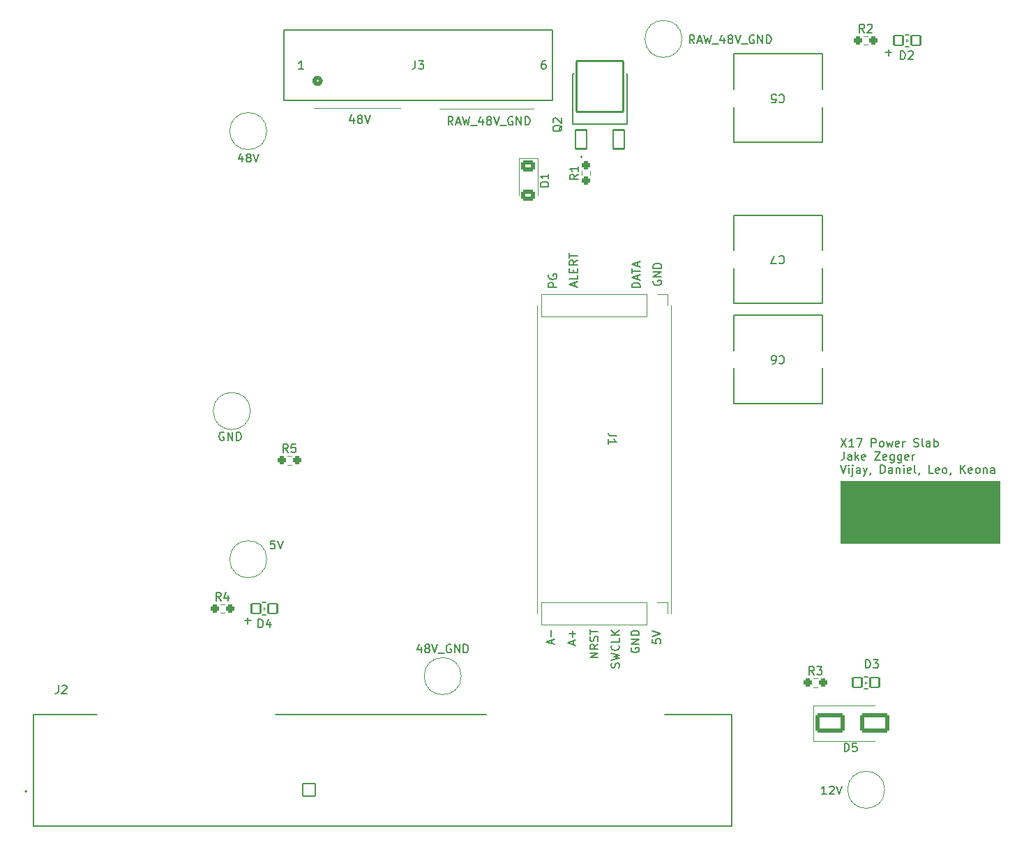
<source format=gto>
%TF.GenerationSoftware,KiCad,Pcbnew,8.0.4*%
%TF.CreationDate,2025-01-10T12:27:39-08:00*%
%TF.ProjectId,X17-Power-Slab-Master,5831372d-506f-4776-9572-2d536c61622d,rev?*%
%TF.SameCoordinates,Original*%
%TF.FileFunction,Legend,Top*%
%TF.FilePolarity,Positive*%
%FSLAX46Y46*%
G04 Gerber Fmt 4.6, Leading zero omitted, Abs format (unit mm)*
G04 Created by KiCad (PCBNEW 8.0.4) date 2025-01-10 12:27:39*
%MOMM*%
%LPD*%
G01*
G04 APERTURE LIST*
G04 Aperture macros list*
%AMRoundRect*
0 Rectangle with rounded corners*
0 $1 Rounding radius*
0 $2 $3 $4 $5 $6 $7 $8 $9 X,Y pos of 4 corners*
0 Add a 4 corners polygon primitive as box body*
4,1,4,$2,$3,$4,$5,$6,$7,$8,$9,$2,$3,0*
0 Add four circle primitives for the rounded corners*
1,1,$1+$1,$2,$3*
1,1,$1+$1,$4,$5*
1,1,$1+$1,$6,$7*
1,1,$1+$1,$8,$9*
0 Add four rect primitives between the rounded corners*
20,1,$1+$1,$2,$3,$4,$5,0*
20,1,$1+$1,$4,$5,$6,$7,0*
20,1,$1+$1,$6,$7,$8,$9,0*
20,1,$1+$1,$8,$9,$2,$3,0*%
G04 Aperture macros list end*
%ADD10C,0.100000*%
%ADD11C,0.152400*%
%ADD12C,0.150000*%
%ADD13C,0.120000*%
%ADD14C,0.200000*%
%ADD15C,0.508000*%
%ADD16C,0.127000*%
%ADD17RoundRect,0.250000X-1.500000X-0.900000X1.500000X-0.900000X1.500000X0.900000X-1.500000X0.900000X0*%
%ADD18C,4.000000*%
%ADD19RoundRect,0.237500X-0.250000X-0.237500X0.250000X-0.237500X0.250000X0.237500X-0.250000X0.237500X0*%
%ADD20C,1.734000*%
%ADD21RoundRect,0.102000X-0.765000X-0.765000X0.765000X-0.765000X0.765000X0.765000X-0.765000X0.765000X0*%
%ADD22C,3.200000*%
%ADD23R,1.700000X1.700000*%
%ADD24O,1.700000X1.700000*%
%ADD25RoundRect,0.102000X0.550000X0.600000X-0.550000X0.600000X-0.550000X-0.600000X0.550000X-0.600000X0*%
%ADD26RoundRect,0.237500X0.237500X-0.250000X0.237500X0.250000X-0.237500X0.250000X-0.237500X-0.250000X0*%
%ADD27R,3.606800X1.498600*%
%ADD28C,2.032000*%
%ADD29RoundRect,0.250000X-0.600000X0.400000X-0.600000X-0.400000X0.600000X-0.400000X0.600000X0.400000X0*%
%ADD30RoundRect,0.102000X0.700000X-1.145000X0.700000X1.145000X-0.700000X1.145000X-0.700000X-1.145000X0*%
%ADD31RoundRect,0.102000X2.845000X-3.090000X2.845000X3.090000X-2.845000X3.090000X-2.845000X-3.090000X0*%
%ADD32C,3.500000*%
%ADD33C,2.600000*%
%ADD34C,3.100000*%
%ADD35C,1.600000*%
%ADD36C,3.810000*%
G04 APERTURE END LIST*
D10*
X100200000Y-55300000D02*
X111600000Y-55300000D01*
X148900000Y-100500000D02*
X168200000Y-100500000D01*
X168200000Y-108000000D01*
X148900000Y-108000000D01*
X148900000Y-100500000D01*
G36*
X148900000Y-100500000D02*
G01*
X168200000Y-100500000D01*
X168200000Y-108000000D01*
X148900000Y-108000000D01*
X148900000Y-100500000D01*
G37*
X85000000Y-55200000D02*
X95500000Y-55200000D01*
D11*
X116668979Y-76876190D02*
X116668979Y-76400000D01*
X116954694Y-76971428D02*
X115954694Y-76638095D01*
X115954694Y-76638095D02*
X116954694Y-76304762D01*
X116954694Y-75495238D02*
X116954694Y-75971428D01*
X116954694Y-75971428D02*
X115954694Y-75971428D01*
X116430884Y-75161904D02*
X116430884Y-74828571D01*
X116954694Y-74685714D02*
X116954694Y-75161904D01*
X116954694Y-75161904D02*
X115954694Y-75161904D01*
X115954694Y-75161904D02*
X115954694Y-74685714D01*
X116954694Y-73685714D02*
X116478503Y-74019047D01*
X116954694Y-74257142D02*
X115954694Y-74257142D01*
X115954694Y-74257142D02*
X115954694Y-73876190D01*
X115954694Y-73876190D02*
X116002313Y-73780952D01*
X116002313Y-73780952D02*
X116049932Y-73733333D01*
X116049932Y-73733333D02*
X116145170Y-73685714D01*
X116145170Y-73685714D02*
X116288027Y-73685714D01*
X116288027Y-73685714D02*
X116383265Y-73733333D01*
X116383265Y-73733333D02*
X116430884Y-73780952D01*
X116430884Y-73780952D02*
X116478503Y-73876190D01*
X116478503Y-73876190D02*
X116478503Y-74257142D01*
X115954694Y-73399999D02*
X115954694Y-72828571D01*
X116954694Y-73114285D02*
X115954694Y-73114285D01*
X116468979Y-120357142D02*
X116468979Y-119880952D01*
X116754694Y-120452380D02*
X115754694Y-120119047D01*
X115754694Y-120119047D02*
X116754694Y-119785714D01*
X116373741Y-119452380D02*
X116373741Y-118690476D01*
X116754694Y-119071428D02*
X115992789Y-119071428D01*
X114454694Y-76961904D02*
X113454694Y-76961904D01*
X113454694Y-76961904D02*
X113454694Y-76580952D01*
X113454694Y-76580952D02*
X113502313Y-76485714D01*
X113502313Y-76485714D02*
X113549932Y-76438095D01*
X113549932Y-76438095D02*
X113645170Y-76390476D01*
X113645170Y-76390476D02*
X113788027Y-76390476D01*
X113788027Y-76390476D02*
X113883265Y-76438095D01*
X113883265Y-76438095D02*
X113930884Y-76485714D01*
X113930884Y-76485714D02*
X113978503Y-76580952D01*
X113978503Y-76580952D02*
X113978503Y-76961904D01*
X113502313Y-75438095D02*
X113454694Y-75533333D01*
X113454694Y-75533333D02*
X113454694Y-75676190D01*
X113454694Y-75676190D02*
X113502313Y-75819047D01*
X113502313Y-75819047D02*
X113597551Y-75914285D01*
X113597551Y-75914285D02*
X113692789Y-75961904D01*
X113692789Y-75961904D02*
X113883265Y-76009523D01*
X113883265Y-76009523D02*
X114026122Y-76009523D01*
X114026122Y-76009523D02*
X114216598Y-75961904D01*
X114216598Y-75961904D02*
X114311836Y-75914285D01*
X114311836Y-75914285D02*
X114407075Y-75819047D01*
X114407075Y-75819047D02*
X114454694Y-75676190D01*
X114454694Y-75676190D02*
X114454694Y-75580952D01*
X114454694Y-75580952D02*
X114407075Y-75438095D01*
X114407075Y-75438095D02*
X114359455Y-75390476D01*
X114359455Y-75390476D02*
X114026122Y-75390476D01*
X114026122Y-75390476D02*
X114026122Y-75580952D01*
X113868979Y-120257142D02*
X113868979Y-119780952D01*
X114154694Y-120352380D02*
X113154694Y-120019047D01*
X113154694Y-120019047D02*
X114154694Y-119685714D01*
X113773741Y-119352380D02*
X113773741Y-118590476D01*
X148943120Y-95349806D02*
X149609786Y-96349806D01*
X149609786Y-95349806D02*
X148943120Y-96349806D01*
X150514548Y-96349806D02*
X149943120Y-96349806D01*
X150228834Y-96349806D02*
X150228834Y-95349806D01*
X150228834Y-95349806D02*
X150133596Y-95492663D01*
X150133596Y-95492663D02*
X150038358Y-95587901D01*
X150038358Y-95587901D02*
X149943120Y-95635520D01*
X150847882Y-95349806D02*
X151514548Y-95349806D01*
X151514548Y-95349806D02*
X151085977Y-96349806D01*
X152657406Y-96349806D02*
X152657406Y-95349806D01*
X152657406Y-95349806D02*
X153038358Y-95349806D01*
X153038358Y-95349806D02*
X153133596Y-95397425D01*
X153133596Y-95397425D02*
X153181215Y-95445044D01*
X153181215Y-95445044D02*
X153228834Y-95540282D01*
X153228834Y-95540282D02*
X153228834Y-95683139D01*
X153228834Y-95683139D02*
X153181215Y-95778377D01*
X153181215Y-95778377D02*
X153133596Y-95825996D01*
X153133596Y-95825996D02*
X153038358Y-95873615D01*
X153038358Y-95873615D02*
X152657406Y-95873615D01*
X153800263Y-96349806D02*
X153705025Y-96302187D01*
X153705025Y-96302187D02*
X153657406Y-96254567D01*
X153657406Y-96254567D02*
X153609787Y-96159329D01*
X153609787Y-96159329D02*
X153609787Y-95873615D01*
X153609787Y-95873615D02*
X153657406Y-95778377D01*
X153657406Y-95778377D02*
X153705025Y-95730758D01*
X153705025Y-95730758D02*
X153800263Y-95683139D01*
X153800263Y-95683139D02*
X153943120Y-95683139D01*
X153943120Y-95683139D02*
X154038358Y-95730758D01*
X154038358Y-95730758D02*
X154085977Y-95778377D01*
X154085977Y-95778377D02*
X154133596Y-95873615D01*
X154133596Y-95873615D02*
X154133596Y-96159329D01*
X154133596Y-96159329D02*
X154085977Y-96254567D01*
X154085977Y-96254567D02*
X154038358Y-96302187D01*
X154038358Y-96302187D02*
X153943120Y-96349806D01*
X153943120Y-96349806D02*
X153800263Y-96349806D01*
X154466930Y-95683139D02*
X154657406Y-96349806D01*
X154657406Y-96349806D02*
X154847882Y-95873615D01*
X154847882Y-95873615D02*
X155038358Y-96349806D01*
X155038358Y-96349806D02*
X155228834Y-95683139D01*
X155990739Y-96302187D02*
X155895501Y-96349806D01*
X155895501Y-96349806D02*
X155705025Y-96349806D01*
X155705025Y-96349806D02*
X155609787Y-96302187D01*
X155609787Y-96302187D02*
X155562168Y-96206948D01*
X155562168Y-96206948D02*
X155562168Y-95825996D01*
X155562168Y-95825996D02*
X155609787Y-95730758D01*
X155609787Y-95730758D02*
X155705025Y-95683139D01*
X155705025Y-95683139D02*
X155895501Y-95683139D01*
X155895501Y-95683139D02*
X155990739Y-95730758D01*
X155990739Y-95730758D02*
X156038358Y-95825996D01*
X156038358Y-95825996D02*
X156038358Y-95921234D01*
X156038358Y-95921234D02*
X155562168Y-96016472D01*
X156466930Y-96349806D02*
X156466930Y-95683139D01*
X156466930Y-95873615D02*
X156514549Y-95778377D01*
X156514549Y-95778377D02*
X156562168Y-95730758D01*
X156562168Y-95730758D02*
X156657406Y-95683139D01*
X156657406Y-95683139D02*
X156752644Y-95683139D01*
X157800264Y-96302187D02*
X157943121Y-96349806D01*
X157943121Y-96349806D02*
X158181216Y-96349806D01*
X158181216Y-96349806D02*
X158276454Y-96302187D01*
X158276454Y-96302187D02*
X158324073Y-96254567D01*
X158324073Y-96254567D02*
X158371692Y-96159329D01*
X158371692Y-96159329D02*
X158371692Y-96064091D01*
X158371692Y-96064091D02*
X158324073Y-95968853D01*
X158324073Y-95968853D02*
X158276454Y-95921234D01*
X158276454Y-95921234D02*
X158181216Y-95873615D01*
X158181216Y-95873615D02*
X157990740Y-95825996D01*
X157990740Y-95825996D02*
X157895502Y-95778377D01*
X157895502Y-95778377D02*
X157847883Y-95730758D01*
X157847883Y-95730758D02*
X157800264Y-95635520D01*
X157800264Y-95635520D02*
X157800264Y-95540282D01*
X157800264Y-95540282D02*
X157847883Y-95445044D01*
X157847883Y-95445044D02*
X157895502Y-95397425D01*
X157895502Y-95397425D02*
X157990740Y-95349806D01*
X157990740Y-95349806D02*
X158228835Y-95349806D01*
X158228835Y-95349806D02*
X158371692Y-95397425D01*
X158943121Y-96349806D02*
X158847883Y-96302187D01*
X158847883Y-96302187D02*
X158800264Y-96206948D01*
X158800264Y-96206948D02*
X158800264Y-95349806D01*
X159752645Y-96349806D02*
X159752645Y-95825996D01*
X159752645Y-95825996D02*
X159705026Y-95730758D01*
X159705026Y-95730758D02*
X159609788Y-95683139D01*
X159609788Y-95683139D02*
X159419312Y-95683139D01*
X159419312Y-95683139D02*
X159324074Y-95730758D01*
X159752645Y-96302187D02*
X159657407Y-96349806D01*
X159657407Y-96349806D02*
X159419312Y-96349806D01*
X159419312Y-96349806D02*
X159324074Y-96302187D01*
X159324074Y-96302187D02*
X159276455Y-96206948D01*
X159276455Y-96206948D02*
X159276455Y-96111710D01*
X159276455Y-96111710D02*
X159324074Y-96016472D01*
X159324074Y-96016472D02*
X159419312Y-95968853D01*
X159419312Y-95968853D02*
X159657407Y-95968853D01*
X159657407Y-95968853D02*
X159752645Y-95921234D01*
X160228836Y-96349806D02*
X160228836Y-95349806D01*
X160228836Y-95730758D02*
X160324074Y-95683139D01*
X160324074Y-95683139D02*
X160514550Y-95683139D01*
X160514550Y-95683139D02*
X160609788Y-95730758D01*
X160609788Y-95730758D02*
X160657407Y-95778377D01*
X160657407Y-95778377D02*
X160705026Y-95873615D01*
X160705026Y-95873615D02*
X160705026Y-96159329D01*
X160705026Y-96159329D02*
X160657407Y-96254567D01*
X160657407Y-96254567D02*
X160609788Y-96302187D01*
X160609788Y-96302187D02*
X160514550Y-96349806D01*
X160514550Y-96349806D02*
X160324074Y-96349806D01*
X160324074Y-96349806D02*
X160228836Y-96302187D01*
X149324072Y-96959750D02*
X149324072Y-97674035D01*
X149324072Y-97674035D02*
X149276453Y-97816892D01*
X149276453Y-97816892D02*
X149181215Y-97912131D01*
X149181215Y-97912131D02*
X149038358Y-97959750D01*
X149038358Y-97959750D02*
X148943120Y-97959750D01*
X150228834Y-97959750D02*
X150228834Y-97435940D01*
X150228834Y-97435940D02*
X150181215Y-97340702D01*
X150181215Y-97340702D02*
X150085977Y-97293083D01*
X150085977Y-97293083D02*
X149895501Y-97293083D01*
X149895501Y-97293083D02*
X149800263Y-97340702D01*
X150228834Y-97912131D02*
X150133596Y-97959750D01*
X150133596Y-97959750D02*
X149895501Y-97959750D01*
X149895501Y-97959750D02*
X149800263Y-97912131D01*
X149800263Y-97912131D02*
X149752644Y-97816892D01*
X149752644Y-97816892D02*
X149752644Y-97721654D01*
X149752644Y-97721654D02*
X149800263Y-97626416D01*
X149800263Y-97626416D02*
X149895501Y-97578797D01*
X149895501Y-97578797D02*
X150133596Y-97578797D01*
X150133596Y-97578797D02*
X150228834Y-97531178D01*
X150705025Y-97959750D02*
X150705025Y-96959750D01*
X150800263Y-97578797D02*
X151085977Y-97959750D01*
X151085977Y-97293083D02*
X150705025Y-97674035D01*
X151895501Y-97912131D02*
X151800263Y-97959750D01*
X151800263Y-97959750D02*
X151609787Y-97959750D01*
X151609787Y-97959750D02*
X151514549Y-97912131D01*
X151514549Y-97912131D02*
X151466930Y-97816892D01*
X151466930Y-97816892D02*
X151466930Y-97435940D01*
X151466930Y-97435940D02*
X151514549Y-97340702D01*
X151514549Y-97340702D02*
X151609787Y-97293083D01*
X151609787Y-97293083D02*
X151800263Y-97293083D01*
X151800263Y-97293083D02*
X151895501Y-97340702D01*
X151895501Y-97340702D02*
X151943120Y-97435940D01*
X151943120Y-97435940D02*
X151943120Y-97531178D01*
X151943120Y-97531178D02*
X151466930Y-97626416D01*
X153038359Y-96959750D02*
X153705025Y-96959750D01*
X153705025Y-96959750D02*
X153038359Y-97959750D01*
X153038359Y-97959750D02*
X153705025Y-97959750D01*
X154466930Y-97912131D02*
X154371692Y-97959750D01*
X154371692Y-97959750D02*
X154181216Y-97959750D01*
X154181216Y-97959750D02*
X154085978Y-97912131D01*
X154085978Y-97912131D02*
X154038359Y-97816892D01*
X154038359Y-97816892D02*
X154038359Y-97435940D01*
X154038359Y-97435940D02*
X154085978Y-97340702D01*
X154085978Y-97340702D02*
X154181216Y-97293083D01*
X154181216Y-97293083D02*
X154371692Y-97293083D01*
X154371692Y-97293083D02*
X154466930Y-97340702D01*
X154466930Y-97340702D02*
X154514549Y-97435940D01*
X154514549Y-97435940D02*
X154514549Y-97531178D01*
X154514549Y-97531178D02*
X154038359Y-97626416D01*
X155371692Y-97293083D02*
X155371692Y-98102607D01*
X155371692Y-98102607D02*
X155324073Y-98197845D01*
X155324073Y-98197845D02*
X155276454Y-98245464D01*
X155276454Y-98245464D02*
X155181216Y-98293083D01*
X155181216Y-98293083D02*
X155038359Y-98293083D01*
X155038359Y-98293083D02*
X154943121Y-98245464D01*
X155371692Y-97912131D02*
X155276454Y-97959750D01*
X155276454Y-97959750D02*
X155085978Y-97959750D01*
X155085978Y-97959750D02*
X154990740Y-97912131D01*
X154990740Y-97912131D02*
X154943121Y-97864511D01*
X154943121Y-97864511D02*
X154895502Y-97769273D01*
X154895502Y-97769273D02*
X154895502Y-97483559D01*
X154895502Y-97483559D02*
X154943121Y-97388321D01*
X154943121Y-97388321D02*
X154990740Y-97340702D01*
X154990740Y-97340702D02*
X155085978Y-97293083D01*
X155085978Y-97293083D02*
X155276454Y-97293083D01*
X155276454Y-97293083D02*
X155371692Y-97340702D01*
X156276454Y-97293083D02*
X156276454Y-98102607D01*
X156276454Y-98102607D02*
X156228835Y-98197845D01*
X156228835Y-98197845D02*
X156181216Y-98245464D01*
X156181216Y-98245464D02*
X156085978Y-98293083D01*
X156085978Y-98293083D02*
X155943121Y-98293083D01*
X155943121Y-98293083D02*
X155847883Y-98245464D01*
X156276454Y-97912131D02*
X156181216Y-97959750D01*
X156181216Y-97959750D02*
X155990740Y-97959750D01*
X155990740Y-97959750D02*
X155895502Y-97912131D01*
X155895502Y-97912131D02*
X155847883Y-97864511D01*
X155847883Y-97864511D02*
X155800264Y-97769273D01*
X155800264Y-97769273D02*
X155800264Y-97483559D01*
X155800264Y-97483559D02*
X155847883Y-97388321D01*
X155847883Y-97388321D02*
X155895502Y-97340702D01*
X155895502Y-97340702D02*
X155990740Y-97293083D01*
X155990740Y-97293083D02*
X156181216Y-97293083D01*
X156181216Y-97293083D02*
X156276454Y-97340702D01*
X157133597Y-97912131D02*
X157038359Y-97959750D01*
X157038359Y-97959750D02*
X156847883Y-97959750D01*
X156847883Y-97959750D02*
X156752645Y-97912131D01*
X156752645Y-97912131D02*
X156705026Y-97816892D01*
X156705026Y-97816892D02*
X156705026Y-97435940D01*
X156705026Y-97435940D02*
X156752645Y-97340702D01*
X156752645Y-97340702D02*
X156847883Y-97293083D01*
X156847883Y-97293083D02*
X157038359Y-97293083D01*
X157038359Y-97293083D02*
X157133597Y-97340702D01*
X157133597Y-97340702D02*
X157181216Y-97435940D01*
X157181216Y-97435940D02*
X157181216Y-97531178D01*
X157181216Y-97531178D02*
X156705026Y-97626416D01*
X157609788Y-97959750D02*
X157609788Y-97293083D01*
X157609788Y-97483559D02*
X157657407Y-97388321D01*
X157657407Y-97388321D02*
X157705026Y-97340702D01*
X157705026Y-97340702D02*
X157800264Y-97293083D01*
X157800264Y-97293083D02*
X157895502Y-97293083D01*
X148895501Y-98569694D02*
X149228834Y-99569694D01*
X149228834Y-99569694D02*
X149562167Y-98569694D01*
X149895501Y-99569694D02*
X149895501Y-98903027D01*
X149895501Y-98569694D02*
X149847882Y-98617313D01*
X149847882Y-98617313D02*
X149895501Y-98664932D01*
X149895501Y-98664932D02*
X149943120Y-98617313D01*
X149943120Y-98617313D02*
X149895501Y-98569694D01*
X149895501Y-98569694D02*
X149895501Y-98664932D01*
X150371691Y-98903027D02*
X150371691Y-99760170D01*
X150371691Y-99760170D02*
X150324072Y-99855408D01*
X150324072Y-99855408D02*
X150228834Y-99903027D01*
X150228834Y-99903027D02*
X150181215Y-99903027D01*
X150371691Y-98569694D02*
X150324072Y-98617313D01*
X150324072Y-98617313D02*
X150371691Y-98664932D01*
X150371691Y-98664932D02*
X150419310Y-98617313D01*
X150419310Y-98617313D02*
X150371691Y-98569694D01*
X150371691Y-98569694D02*
X150371691Y-98664932D01*
X151276452Y-99569694D02*
X151276452Y-99045884D01*
X151276452Y-99045884D02*
X151228833Y-98950646D01*
X151228833Y-98950646D02*
X151133595Y-98903027D01*
X151133595Y-98903027D02*
X150943119Y-98903027D01*
X150943119Y-98903027D02*
X150847881Y-98950646D01*
X151276452Y-99522075D02*
X151181214Y-99569694D01*
X151181214Y-99569694D02*
X150943119Y-99569694D01*
X150943119Y-99569694D02*
X150847881Y-99522075D01*
X150847881Y-99522075D02*
X150800262Y-99426836D01*
X150800262Y-99426836D02*
X150800262Y-99331598D01*
X150800262Y-99331598D02*
X150847881Y-99236360D01*
X150847881Y-99236360D02*
X150943119Y-99188741D01*
X150943119Y-99188741D02*
X151181214Y-99188741D01*
X151181214Y-99188741D02*
X151276452Y-99141122D01*
X151657405Y-98903027D02*
X151895500Y-99569694D01*
X152133595Y-98903027D02*
X151895500Y-99569694D01*
X151895500Y-99569694D02*
X151800262Y-99807789D01*
X151800262Y-99807789D02*
X151752643Y-99855408D01*
X151752643Y-99855408D02*
X151657405Y-99903027D01*
X152562167Y-99522075D02*
X152562167Y-99569694D01*
X152562167Y-99569694D02*
X152514548Y-99664932D01*
X152514548Y-99664932D02*
X152466929Y-99712551D01*
X153752643Y-99569694D02*
X153752643Y-98569694D01*
X153752643Y-98569694D02*
X153990738Y-98569694D01*
X153990738Y-98569694D02*
X154133595Y-98617313D01*
X154133595Y-98617313D02*
X154228833Y-98712551D01*
X154228833Y-98712551D02*
X154276452Y-98807789D01*
X154276452Y-98807789D02*
X154324071Y-98998265D01*
X154324071Y-98998265D02*
X154324071Y-99141122D01*
X154324071Y-99141122D02*
X154276452Y-99331598D01*
X154276452Y-99331598D02*
X154228833Y-99426836D01*
X154228833Y-99426836D02*
X154133595Y-99522075D01*
X154133595Y-99522075D02*
X153990738Y-99569694D01*
X153990738Y-99569694D02*
X153752643Y-99569694D01*
X155181214Y-99569694D02*
X155181214Y-99045884D01*
X155181214Y-99045884D02*
X155133595Y-98950646D01*
X155133595Y-98950646D02*
X155038357Y-98903027D01*
X155038357Y-98903027D02*
X154847881Y-98903027D01*
X154847881Y-98903027D02*
X154752643Y-98950646D01*
X155181214Y-99522075D02*
X155085976Y-99569694D01*
X155085976Y-99569694D02*
X154847881Y-99569694D01*
X154847881Y-99569694D02*
X154752643Y-99522075D01*
X154752643Y-99522075D02*
X154705024Y-99426836D01*
X154705024Y-99426836D02*
X154705024Y-99331598D01*
X154705024Y-99331598D02*
X154752643Y-99236360D01*
X154752643Y-99236360D02*
X154847881Y-99188741D01*
X154847881Y-99188741D02*
X155085976Y-99188741D01*
X155085976Y-99188741D02*
X155181214Y-99141122D01*
X155657405Y-98903027D02*
X155657405Y-99569694D01*
X155657405Y-98998265D02*
X155705024Y-98950646D01*
X155705024Y-98950646D02*
X155800262Y-98903027D01*
X155800262Y-98903027D02*
X155943119Y-98903027D01*
X155943119Y-98903027D02*
X156038357Y-98950646D01*
X156038357Y-98950646D02*
X156085976Y-99045884D01*
X156085976Y-99045884D02*
X156085976Y-99569694D01*
X156562167Y-99569694D02*
X156562167Y-98903027D01*
X156562167Y-98569694D02*
X156514548Y-98617313D01*
X156514548Y-98617313D02*
X156562167Y-98664932D01*
X156562167Y-98664932D02*
X156609786Y-98617313D01*
X156609786Y-98617313D02*
X156562167Y-98569694D01*
X156562167Y-98569694D02*
X156562167Y-98664932D01*
X157419309Y-99522075D02*
X157324071Y-99569694D01*
X157324071Y-99569694D02*
X157133595Y-99569694D01*
X157133595Y-99569694D02*
X157038357Y-99522075D01*
X157038357Y-99522075D02*
X156990738Y-99426836D01*
X156990738Y-99426836D02*
X156990738Y-99045884D01*
X156990738Y-99045884D02*
X157038357Y-98950646D01*
X157038357Y-98950646D02*
X157133595Y-98903027D01*
X157133595Y-98903027D02*
X157324071Y-98903027D01*
X157324071Y-98903027D02*
X157419309Y-98950646D01*
X157419309Y-98950646D02*
X157466928Y-99045884D01*
X157466928Y-99045884D02*
X157466928Y-99141122D01*
X157466928Y-99141122D02*
X156990738Y-99236360D01*
X158038357Y-99569694D02*
X157943119Y-99522075D01*
X157943119Y-99522075D02*
X157895500Y-99426836D01*
X157895500Y-99426836D02*
X157895500Y-98569694D01*
X158466929Y-99522075D02*
X158466929Y-99569694D01*
X158466929Y-99569694D02*
X158419310Y-99664932D01*
X158419310Y-99664932D02*
X158371691Y-99712551D01*
X160133595Y-99569694D02*
X159657405Y-99569694D01*
X159657405Y-99569694D02*
X159657405Y-98569694D01*
X160847881Y-99522075D02*
X160752643Y-99569694D01*
X160752643Y-99569694D02*
X160562167Y-99569694D01*
X160562167Y-99569694D02*
X160466929Y-99522075D01*
X160466929Y-99522075D02*
X160419310Y-99426836D01*
X160419310Y-99426836D02*
X160419310Y-99045884D01*
X160419310Y-99045884D02*
X160466929Y-98950646D01*
X160466929Y-98950646D02*
X160562167Y-98903027D01*
X160562167Y-98903027D02*
X160752643Y-98903027D01*
X160752643Y-98903027D02*
X160847881Y-98950646D01*
X160847881Y-98950646D02*
X160895500Y-99045884D01*
X160895500Y-99045884D02*
X160895500Y-99141122D01*
X160895500Y-99141122D02*
X160419310Y-99236360D01*
X161466929Y-99569694D02*
X161371691Y-99522075D01*
X161371691Y-99522075D02*
X161324072Y-99474455D01*
X161324072Y-99474455D02*
X161276453Y-99379217D01*
X161276453Y-99379217D02*
X161276453Y-99093503D01*
X161276453Y-99093503D02*
X161324072Y-98998265D01*
X161324072Y-98998265D02*
X161371691Y-98950646D01*
X161371691Y-98950646D02*
X161466929Y-98903027D01*
X161466929Y-98903027D02*
X161609786Y-98903027D01*
X161609786Y-98903027D02*
X161705024Y-98950646D01*
X161705024Y-98950646D02*
X161752643Y-98998265D01*
X161752643Y-98998265D02*
X161800262Y-99093503D01*
X161800262Y-99093503D02*
X161800262Y-99379217D01*
X161800262Y-99379217D02*
X161752643Y-99474455D01*
X161752643Y-99474455D02*
X161705024Y-99522075D01*
X161705024Y-99522075D02*
X161609786Y-99569694D01*
X161609786Y-99569694D02*
X161466929Y-99569694D01*
X162276453Y-99522075D02*
X162276453Y-99569694D01*
X162276453Y-99569694D02*
X162228834Y-99664932D01*
X162228834Y-99664932D02*
X162181215Y-99712551D01*
X163466929Y-99569694D02*
X163466929Y-98569694D01*
X164038357Y-99569694D02*
X163609786Y-98998265D01*
X164038357Y-98569694D02*
X163466929Y-99141122D01*
X164847881Y-99522075D02*
X164752643Y-99569694D01*
X164752643Y-99569694D02*
X164562167Y-99569694D01*
X164562167Y-99569694D02*
X164466929Y-99522075D01*
X164466929Y-99522075D02*
X164419310Y-99426836D01*
X164419310Y-99426836D02*
X164419310Y-99045884D01*
X164419310Y-99045884D02*
X164466929Y-98950646D01*
X164466929Y-98950646D02*
X164562167Y-98903027D01*
X164562167Y-98903027D02*
X164752643Y-98903027D01*
X164752643Y-98903027D02*
X164847881Y-98950646D01*
X164847881Y-98950646D02*
X164895500Y-99045884D01*
X164895500Y-99045884D02*
X164895500Y-99141122D01*
X164895500Y-99141122D02*
X164419310Y-99236360D01*
X165466929Y-99569694D02*
X165371691Y-99522075D01*
X165371691Y-99522075D02*
X165324072Y-99474455D01*
X165324072Y-99474455D02*
X165276453Y-99379217D01*
X165276453Y-99379217D02*
X165276453Y-99093503D01*
X165276453Y-99093503D02*
X165324072Y-98998265D01*
X165324072Y-98998265D02*
X165371691Y-98950646D01*
X165371691Y-98950646D02*
X165466929Y-98903027D01*
X165466929Y-98903027D02*
X165609786Y-98903027D01*
X165609786Y-98903027D02*
X165705024Y-98950646D01*
X165705024Y-98950646D02*
X165752643Y-98998265D01*
X165752643Y-98998265D02*
X165800262Y-99093503D01*
X165800262Y-99093503D02*
X165800262Y-99379217D01*
X165800262Y-99379217D02*
X165752643Y-99474455D01*
X165752643Y-99474455D02*
X165705024Y-99522075D01*
X165705024Y-99522075D02*
X165609786Y-99569694D01*
X165609786Y-99569694D02*
X165466929Y-99569694D01*
X166228834Y-98903027D02*
X166228834Y-99569694D01*
X166228834Y-98998265D02*
X166276453Y-98950646D01*
X166276453Y-98950646D02*
X166371691Y-98903027D01*
X166371691Y-98903027D02*
X166514548Y-98903027D01*
X166514548Y-98903027D02*
X166609786Y-98950646D01*
X166609786Y-98950646D02*
X166657405Y-99045884D01*
X166657405Y-99045884D02*
X166657405Y-99569694D01*
X167562167Y-99569694D02*
X167562167Y-99045884D01*
X167562167Y-99045884D02*
X167514548Y-98950646D01*
X167514548Y-98950646D02*
X167419310Y-98903027D01*
X167419310Y-98903027D02*
X167228834Y-98903027D01*
X167228834Y-98903027D02*
X167133596Y-98950646D01*
X167562167Y-99522075D02*
X167466929Y-99569694D01*
X167466929Y-99569694D02*
X167228834Y-99569694D01*
X167228834Y-99569694D02*
X167133596Y-99522075D01*
X167133596Y-99522075D02*
X167085977Y-99426836D01*
X167085977Y-99426836D02*
X167085977Y-99331598D01*
X167085977Y-99331598D02*
X167133596Y-99236360D01*
X167133596Y-99236360D02*
X167228834Y-99188741D01*
X167228834Y-99188741D02*
X167466929Y-99188741D01*
X167466929Y-99188741D02*
X167562167Y-99141122D01*
X76285714Y-61088027D02*
X76285714Y-61754694D01*
X76047619Y-60707075D02*
X75809524Y-61421360D01*
X75809524Y-61421360D02*
X76428571Y-61421360D01*
X76952381Y-61183265D02*
X76857143Y-61135646D01*
X76857143Y-61135646D02*
X76809524Y-61088027D01*
X76809524Y-61088027D02*
X76761905Y-60992789D01*
X76761905Y-60992789D02*
X76761905Y-60945170D01*
X76761905Y-60945170D02*
X76809524Y-60849932D01*
X76809524Y-60849932D02*
X76857143Y-60802313D01*
X76857143Y-60802313D02*
X76952381Y-60754694D01*
X76952381Y-60754694D02*
X77142857Y-60754694D01*
X77142857Y-60754694D02*
X77238095Y-60802313D01*
X77238095Y-60802313D02*
X77285714Y-60849932D01*
X77285714Y-60849932D02*
X77333333Y-60945170D01*
X77333333Y-60945170D02*
X77333333Y-60992789D01*
X77333333Y-60992789D02*
X77285714Y-61088027D01*
X77285714Y-61088027D02*
X77238095Y-61135646D01*
X77238095Y-61135646D02*
X77142857Y-61183265D01*
X77142857Y-61183265D02*
X76952381Y-61183265D01*
X76952381Y-61183265D02*
X76857143Y-61230884D01*
X76857143Y-61230884D02*
X76809524Y-61278503D01*
X76809524Y-61278503D02*
X76761905Y-61373741D01*
X76761905Y-61373741D02*
X76761905Y-61564217D01*
X76761905Y-61564217D02*
X76809524Y-61659455D01*
X76809524Y-61659455D02*
X76857143Y-61707075D01*
X76857143Y-61707075D02*
X76952381Y-61754694D01*
X76952381Y-61754694D02*
X77142857Y-61754694D01*
X77142857Y-61754694D02*
X77238095Y-61707075D01*
X77238095Y-61707075D02*
X77285714Y-61659455D01*
X77285714Y-61659455D02*
X77333333Y-61564217D01*
X77333333Y-61564217D02*
X77333333Y-61373741D01*
X77333333Y-61373741D02*
X77285714Y-61278503D01*
X77285714Y-61278503D02*
X77238095Y-61230884D01*
X77238095Y-61230884D02*
X77142857Y-61183265D01*
X77619048Y-60754694D02*
X77952381Y-61754694D01*
X77952381Y-61754694D02*
X78285714Y-60754694D01*
X97980952Y-120688027D02*
X97980952Y-121354694D01*
X97742857Y-120307075D02*
X97504762Y-121021360D01*
X97504762Y-121021360D02*
X98123809Y-121021360D01*
X98647619Y-120783265D02*
X98552381Y-120735646D01*
X98552381Y-120735646D02*
X98504762Y-120688027D01*
X98504762Y-120688027D02*
X98457143Y-120592789D01*
X98457143Y-120592789D02*
X98457143Y-120545170D01*
X98457143Y-120545170D02*
X98504762Y-120449932D01*
X98504762Y-120449932D02*
X98552381Y-120402313D01*
X98552381Y-120402313D02*
X98647619Y-120354694D01*
X98647619Y-120354694D02*
X98838095Y-120354694D01*
X98838095Y-120354694D02*
X98933333Y-120402313D01*
X98933333Y-120402313D02*
X98980952Y-120449932D01*
X98980952Y-120449932D02*
X99028571Y-120545170D01*
X99028571Y-120545170D02*
X99028571Y-120592789D01*
X99028571Y-120592789D02*
X98980952Y-120688027D01*
X98980952Y-120688027D02*
X98933333Y-120735646D01*
X98933333Y-120735646D02*
X98838095Y-120783265D01*
X98838095Y-120783265D02*
X98647619Y-120783265D01*
X98647619Y-120783265D02*
X98552381Y-120830884D01*
X98552381Y-120830884D02*
X98504762Y-120878503D01*
X98504762Y-120878503D02*
X98457143Y-120973741D01*
X98457143Y-120973741D02*
X98457143Y-121164217D01*
X98457143Y-121164217D02*
X98504762Y-121259455D01*
X98504762Y-121259455D02*
X98552381Y-121307075D01*
X98552381Y-121307075D02*
X98647619Y-121354694D01*
X98647619Y-121354694D02*
X98838095Y-121354694D01*
X98838095Y-121354694D02*
X98933333Y-121307075D01*
X98933333Y-121307075D02*
X98980952Y-121259455D01*
X98980952Y-121259455D02*
X99028571Y-121164217D01*
X99028571Y-121164217D02*
X99028571Y-120973741D01*
X99028571Y-120973741D02*
X98980952Y-120878503D01*
X98980952Y-120878503D02*
X98933333Y-120830884D01*
X98933333Y-120830884D02*
X98838095Y-120783265D01*
X99314286Y-120354694D02*
X99647619Y-121354694D01*
X99647619Y-121354694D02*
X99980952Y-120354694D01*
X100076191Y-121449932D02*
X100838095Y-121449932D01*
X101600000Y-120402313D02*
X101504762Y-120354694D01*
X101504762Y-120354694D02*
X101361905Y-120354694D01*
X101361905Y-120354694D02*
X101219048Y-120402313D01*
X101219048Y-120402313D02*
X101123810Y-120497551D01*
X101123810Y-120497551D02*
X101076191Y-120592789D01*
X101076191Y-120592789D02*
X101028572Y-120783265D01*
X101028572Y-120783265D02*
X101028572Y-120926122D01*
X101028572Y-120926122D02*
X101076191Y-121116598D01*
X101076191Y-121116598D02*
X101123810Y-121211836D01*
X101123810Y-121211836D02*
X101219048Y-121307075D01*
X101219048Y-121307075D02*
X101361905Y-121354694D01*
X101361905Y-121354694D02*
X101457143Y-121354694D01*
X101457143Y-121354694D02*
X101600000Y-121307075D01*
X101600000Y-121307075D02*
X101647619Y-121259455D01*
X101647619Y-121259455D02*
X101647619Y-120926122D01*
X101647619Y-120926122D02*
X101457143Y-120926122D01*
X102076191Y-121354694D02*
X102076191Y-120354694D01*
X102076191Y-120354694D02*
X102647619Y-121354694D01*
X102647619Y-121354694D02*
X102647619Y-120354694D01*
X103123810Y-121354694D02*
X103123810Y-120354694D01*
X103123810Y-120354694D02*
X103361905Y-120354694D01*
X103361905Y-120354694D02*
X103504762Y-120402313D01*
X103504762Y-120402313D02*
X103600000Y-120497551D01*
X103600000Y-120497551D02*
X103647619Y-120592789D01*
X103647619Y-120592789D02*
X103695238Y-120783265D01*
X103695238Y-120783265D02*
X103695238Y-120926122D01*
X103695238Y-120926122D02*
X103647619Y-121116598D01*
X103647619Y-121116598D02*
X103600000Y-121211836D01*
X103600000Y-121211836D02*
X103504762Y-121307075D01*
X103504762Y-121307075D02*
X103361905Y-121354694D01*
X103361905Y-121354694D02*
X103123810Y-121354694D01*
X122007075Y-123161904D02*
X122054694Y-123019047D01*
X122054694Y-123019047D02*
X122054694Y-122780952D01*
X122054694Y-122780952D02*
X122007075Y-122685714D01*
X122007075Y-122685714D02*
X121959455Y-122638095D01*
X121959455Y-122638095D02*
X121864217Y-122590476D01*
X121864217Y-122590476D02*
X121768979Y-122590476D01*
X121768979Y-122590476D02*
X121673741Y-122638095D01*
X121673741Y-122638095D02*
X121626122Y-122685714D01*
X121626122Y-122685714D02*
X121578503Y-122780952D01*
X121578503Y-122780952D02*
X121530884Y-122971428D01*
X121530884Y-122971428D02*
X121483265Y-123066666D01*
X121483265Y-123066666D02*
X121435646Y-123114285D01*
X121435646Y-123114285D02*
X121340408Y-123161904D01*
X121340408Y-123161904D02*
X121245170Y-123161904D01*
X121245170Y-123161904D02*
X121149932Y-123114285D01*
X121149932Y-123114285D02*
X121102313Y-123066666D01*
X121102313Y-123066666D02*
X121054694Y-122971428D01*
X121054694Y-122971428D02*
X121054694Y-122733333D01*
X121054694Y-122733333D02*
X121102313Y-122590476D01*
X121054694Y-122257142D02*
X122054694Y-122019047D01*
X122054694Y-122019047D02*
X121340408Y-121828571D01*
X121340408Y-121828571D02*
X122054694Y-121638095D01*
X122054694Y-121638095D02*
X121054694Y-121400000D01*
X121959455Y-120447619D02*
X122007075Y-120495238D01*
X122007075Y-120495238D02*
X122054694Y-120638095D01*
X122054694Y-120638095D02*
X122054694Y-120733333D01*
X122054694Y-120733333D02*
X122007075Y-120876190D01*
X122007075Y-120876190D02*
X121911836Y-120971428D01*
X121911836Y-120971428D02*
X121816598Y-121019047D01*
X121816598Y-121019047D02*
X121626122Y-121066666D01*
X121626122Y-121066666D02*
X121483265Y-121066666D01*
X121483265Y-121066666D02*
X121292789Y-121019047D01*
X121292789Y-121019047D02*
X121197551Y-120971428D01*
X121197551Y-120971428D02*
X121102313Y-120876190D01*
X121102313Y-120876190D02*
X121054694Y-120733333D01*
X121054694Y-120733333D02*
X121054694Y-120638095D01*
X121054694Y-120638095D02*
X121102313Y-120495238D01*
X121102313Y-120495238D02*
X121149932Y-120447619D01*
X122054694Y-119542857D02*
X122054694Y-120019047D01*
X122054694Y-120019047D02*
X121054694Y-120019047D01*
X122054694Y-119209523D02*
X121054694Y-119209523D01*
X122054694Y-118638095D02*
X121483265Y-119066666D01*
X121054694Y-118638095D02*
X121626122Y-119209523D01*
X124554694Y-76999999D02*
X123554694Y-76999999D01*
X123554694Y-76999999D02*
X123554694Y-76761904D01*
X123554694Y-76761904D02*
X123602313Y-76619047D01*
X123602313Y-76619047D02*
X123697551Y-76523809D01*
X123697551Y-76523809D02*
X123792789Y-76476190D01*
X123792789Y-76476190D02*
X123983265Y-76428571D01*
X123983265Y-76428571D02*
X124126122Y-76428571D01*
X124126122Y-76428571D02*
X124316598Y-76476190D01*
X124316598Y-76476190D02*
X124411836Y-76523809D01*
X124411836Y-76523809D02*
X124507075Y-76619047D01*
X124507075Y-76619047D02*
X124554694Y-76761904D01*
X124554694Y-76761904D02*
X124554694Y-76999999D01*
X124268979Y-76047618D02*
X124268979Y-75571428D01*
X124554694Y-76142856D02*
X123554694Y-75809523D01*
X123554694Y-75809523D02*
X124554694Y-75476190D01*
X123554694Y-75285713D02*
X123554694Y-74714285D01*
X124554694Y-74999999D02*
X123554694Y-74999999D01*
X124268979Y-74428570D02*
X124268979Y-73952380D01*
X124554694Y-74523808D02*
X123554694Y-74190475D01*
X123554694Y-74190475D02*
X124554694Y-73857142D01*
X83695714Y-50474694D02*
X83124286Y-50474694D01*
X83410000Y-50474694D02*
X83410000Y-49474694D01*
X83410000Y-49474694D02*
X83314762Y-49617551D01*
X83314762Y-49617551D02*
X83219524Y-49712789D01*
X83219524Y-49712789D02*
X83124286Y-49760408D01*
X123502313Y-120761904D02*
X123454694Y-120857142D01*
X123454694Y-120857142D02*
X123454694Y-120999999D01*
X123454694Y-120999999D02*
X123502313Y-121142856D01*
X123502313Y-121142856D02*
X123597551Y-121238094D01*
X123597551Y-121238094D02*
X123692789Y-121285713D01*
X123692789Y-121285713D02*
X123883265Y-121333332D01*
X123883265Y-121333332D02*
X124026122Y-121333332D01*
X124026122Y-121333332D02*
X124216598Y-121285713D01*
X124216598Y-121285713D02*
X124311836Y-121238094D01*
X124311836Y-121238094D02*
X124407075Y-121142856D01*
X124407075Y-121142856D02*
X124454694Y-120999999D01*
X124454694Y-120999999D02*
X124454694Y-120904761D01*
X124454694Y-120904761D02*
X124407075Y-120761904D01*
X124407075Y-120761904D02*
X124359455Y-120714285D01*
X124359455Y-120714285D02*
X124026122Y-120714285D01*
X124026122Y-120714285D02*
X124026122Y-120904761D01*
X124454694Y-120285713D02*
X123454694Y-120285713D01*
X123454694Y-120285713D02*
X124454694Y-119714285D01*
X124454694Y-119714285D02*
X123454694Y-119714285D01*
X124454694Y-119238094D02*
X123454694Y-119238094D01*
X123454694Y-119238094D02*
X123454694Y-118999999D01*
X123454694Y-118999999D02*
X123502313Y-118857142D01*
X123502313Y-118857142D02*
X123597551Y-118761904D01*
X123597551Y-118761904D02*
X123692789Y-118714285D01*
X123692789Y-118714285D02*
X123883265Y-118666666D01*
X123883265Y-118666666D02*
X124026122Y-118666666D01*
X124026122Y-118666666D02*
X124216598Y-118714285D01*
X124216598Y-118714285D02*
X124311836Y-118761904D01*
X124311836Y-118761904D02*
X124407075Y-118857142D01*
X124407075Y-118857142D02*
X124454694Y-118999999D01*
X124454694Y-118999999D02*
X124454694Y-119238094D01*
X147180952Y-138554694D02*
X146609524Y-138554694D01*
X146895238Y-138554694D02*
X146895238Y-137554694D01*
X146895238Y-137554694D02*
X146800000Y-137697551D01*
X146800000Y-137697551D02*
X146704762Y-137792789D01*
X146704762Y-137792789D02*
X146609524Y-137840408D01*
X147561905Y-137649932D02*
X147609524Y-137602313D01*
X147609524Y-137602313D02*
X147704762Y-137554694D01*
X147704762Y-137554694D02*
X147942857Y-137554694D01*
X147942857Y-137554694D02*
X148038095Y-137602313D01*
X148038095Y-137602313D02*
X148085714Y-137649932D01*
X148085714Y-137649932D02*
X148133333Y-137745170D01*
X148133333Y-137745170D02*
X148133333Y-137840408D01*
X148133333Y-137840408D02*
X148085714Y-137983265D01*
X148085714Y-137983265D02*
X147514286Y-138554694D01*
X147514286Y-138554694D02*
X148133333Y-138554694D01*
X148419048Y-137554694D02*
X148752381Y-138554694D01*
X148752381Y-138554694D02*
X149085714Y-137554694D01*
X101842856Y-57254694D02*
X101509523Y-56778503D01*
X101271428Y-57254694D02*
X101271428Y-56254694D01*
X101271428Y-56254694D02*
X101652380Y-56254694D01*
X101652380Y-56254694D02*
X101747618Y-56302313D01*
X101747618Y-56302313D02*
X101795237Y-56349932D01*
X101795237Y-56349932D02*
X101842856Y-56445170D01*
X101842856Y-56445170D02*
X101842856Y-56588027D01*
X101842856Y-56588027D02*
X101795237Y-56683265D01*
X101795237Y-56683265D02*
X101747618Y-56730884D01*
X101747618Y-56730884D02*
X101652380Y-56778503D01*
X101652380Y-56778503D02*
X101271428Y-56778503D01*
X102223809Y-56968979D02*
X102699999Y-56968979D01*
X102128571Y-57254694D02*
X102461904Y-56254694D01*
X102461904Y-56254694D02*
X102795237Y-57254694D01*
X103033333Y-56254694D02*
X103271428Y-57254694D01*
X103271428Y-57254694D02*
X103461904Y-56540408D01*
X103461904Y-56540408D02*
X103652380Y-57254694D01*
X103652380Y-57254694D02*
X103890476Y-56254694D01*
X104033333Y-57349932D02*
X104795237Y-57349932D01*
X105461904Y-56588027D02*
X105461904Y-57254694D01*
X105223809Y-56207075D02*
X104985714Y-56921360D01*
X104985714Y-56921360D02*
X105604761Y-56921360D01*
X106128571Y-56683265D02*
X106033333Y-56635646D01*
X106033333Y-56635646D02*
X105985714Y-56588027D01*
X105985714Y-56588027D02*
X105938095Y-56492789D01*
X105938095Y-56492789D02*
X105938095Y-56445170D01*
X105938095Y-56445170D02*
X105985714Y-56349932D01*
X105985714Y-56349932D02*
X106033333Y-56302313D01*
X106033333Y-56302313D02*
X106128571Y-56254694D01*
X106128571Y-56254694D02*
X106319047Y-56254694D01*
X106319047Y-56254694D02*
X106414285Y-56302313D01*
X106414285Y-56302313D02*
X106461904Y-56349932D01*
X106461904Y-56349932D02*
X106509523Y-56445170D01*
X106509523Y-56445170D02*
X106509523Y-56492789D01*
X106509523Y-56492789D02*
X106461904Y-56588027D01*
X106461904Y-56588027D02*
X106414285Y-56635646D01*
X106414285Y-56635646D02*
X106319047Y-56683265D01*
X106319047Y-56683265D02*
X106128571Y-56683265D01*
X106128571Y-56683265D02*
X106033333Y-56730884D01*
X106033333Y-56730884D02*
X105985714Y-56778503D01*
X105985714Y-56778503D02*
X105938095Y-56873741D01*
X105938095Y-56873741D02*
X105938095Y-57064217D01*
X105938095Y-57064217D02*
X105985714Y-57159455D01*
X105985714Y-57159455D02*
X106033333Y-57207075D01*
X106033333Y-57207075D02*
X106128571Y-57254694D01*
X106128571Y-57254694D02*
X106319047Y-57254694D01*
X106319047Y-57254694D02*
X106414285Y-57207075D01*
X106414285Y-57207075D02*
X106461904Y-57159455D01*
X106461904Y-57159455D02*
X106509523Y-57064217D01*
X106509523Y-57064217D02*
X106509523Y-56873741D01*
X106509523Y-56873741D02*
X106461904Y-56778503D01*
X106461904Y-56778503D02*
X106414285Y-56730884D01*
X106414285Y-56730884D02*
X106319047Y-56683265D01*
X106795238Y-56254694D02*
X107128571Y-57254694D01*
X107128571Y-57254694D02*
X107461904Y-56254694D01*
X107557143Y-57349932D02*
X108319047Y-57349932D01*
X109080952Y-56302313D02*
X108985714Y-56254694D01*
X108985714Y-56254694D02*
X108842857Y-56254694D01*
X108842857Y-56254694D02*
X108700000Y-56302313D01*
X108700000Y-56302313D02*
X108604762Y-56397551D01*
X108604762Y-56397551D02*
X108557143Y-56492789D01*
X108557143Y-56492789D02*
X108509524Y-56683265D01*
X108509524Y-56683265D02*
X108509524Y-56826122D01*
X108509524Y-56826122D02*
X108557143Y-57016598D01*
X108557143Y-57016598D02*
X108604762Y-57111836D01*
X108604762Y-57111836D02*
X108700000Y-57207075D01*
X108700000Y-57207075D02*
X108842857Y-57254694D01*
X108842857Y-57254694D02*
X108938095Y-57254694D01*
X108938095Y-57254694D02*
X109080952Y-57207075D01*
X109080952Y-57207075D02*
X109128571Y-57159455D01*
X109128571Y-57159455D02*
X109128571Y-56826122D01*
X109128571Y-56826122D02*
X108938095Y-56826122D01*
X109557143Y-57254694D02*
X109557143Y-56254694D01*
X109557143Y-56254694D02*
X110128571Y-57254694D01*
X110128571Y-57254694D02*
X110128571Y-56254694D01*
X110604762Y-57254694D02*
X110604762Y-56254694D01*
X110604762Y-56254694D02*
X110842857Y-56254694D01*
X110842857Y-56254694D02*
X110985714Y-56302313D01*
X110985714Y-56302313D02*
X111080952Y-56397551D01*
X111080952Y-56397551D02*
X111128571Y-56492789D01*
X111128571Y-56492789D02*
X111176190Y-56683265D01*
X111176190Y-56683265D02*
X111176190Y-56826122D01*
X111176190Y-56826122D02*
X111128571Y-57016598D01*
X111128571Y-57016598D02*
X111080952Y-57111836D01*
X111080952Y-57111836D02*
X110985714Y-57207075D01*
X110985714Y-57207075D02*
X110842857Y-57254694D01*
X110842857Y-57254694D02*
X110604762Y-57254694D01*
X126202313Y-76161904D02*
X126154694Y-76257142D01*
X126154694Y-76257142D02*
X126154694Y-76399999D01*
X126154694Y-76399999D02*
X126202313Y-76542856D01*
X126202313Y-76542856D02*
X126297551Y-76638094D01*
X126297551Y-76638094D02*
X126392789Y-76685713D01*
X126392789Y-76685713D02*
X126583265Y-76733332D01*
X126583265Y-76733332D02*
X126726122Y-76733332D01*
X126726122Y-76733332D02*
X126916598Y-76685713D01*
X126916598Y-76685713D02*
X127011836Y-76638094D01*
X127011836Y-76638094D02*
X127107075Y-76542856D01*
X127107075Y-76542856D02*
X127154694Y-76399999D01*
X127154694Y-76399999D02*
X127154694Y-76304761D01*
X127154694Y-76304761D02*
X127107075Y-76161904D01*
X127107075Y-76161904D02*
X127059455Y-76114285D01*
X127059455Y-76114285D02*
X126726122Y-76114285D01*
X126726122Y-76114285D02*
X126726122Y-76304761D01*
X127154694Y-75685713D02*
X126154694Y-75685713D01*
X126154694Y-75685713D02*
X127154694Y-75114285D01*
X127154694Y-75114285D02*
X126154694Y-75114285D01*
X127154694Y-74638094D02*
X126154694Y-74638094D01*
X126154694Y-74638094D02*
X126154694Y-74399999D01*
X126154694Y-74399999D02*
X126202313Y-74257142D01*
X126202313Y-74257142D02*
X126297551Y-74161904D01*
X126297551Y-74161904D02*
X126392789Y-74114285D01*
X126392789Y-74114285D02*
X126583265Y-74066666D01*
X126583265Y-74066666D02*
X126726122Y-74066666D01*
X126726122Y-74066666D02*
X126916598Y-74114285D01*
X126916598Y-74114285D02*
X127011836Y-74161904D01*
X127011836Y-74161904D02*
X127107075Y-74257142D01*
X127107075Y-74257142D02*
X127154694Y-74399999D01*
X127154694Y-74399999D02*
X127154694Y-74638094D01*
X119454694Y-121942856D02*
X118454694Y-121942856D01*
X118454694Y-121942856D02*
X119454694Y-121371428D01*
X119454694Y-121371428D02*
X118454694Y-121371428D01*
X119454694Y-120323809D02*
X118978503Y-120657142D01*
X119454694Y-120895237D02*
X118454694Y-120895237D01*
X118454694Y-120895237D02*
X118454694Y-120514285D01*
X118454694Y-120514285D02*
X118502313Y-120419047D01*
X118502313Y-120419047D02*
X118549932Y-120371428D01*
X118549932Y-120371428D02*
X118645170Y-120323809D01*
X118645170Y-120323809D02*
X118788027Y-120323809D01*
X118788027Y-120323809D02*
X118883265Y-120371428D01*
X118883265Y-120371428D02*
X118930884Y-120419047D01*
X118930884Y-120419047D02*
X118978503Y-120514285D01*
X118978503Y-120514285D02*
X118978503Y-120895237D01*
X119407075Y-119942856D02*
X119454694Y-119799999D01*
X119454694Y-119799999D02*
X119454694Y-119561904D01*
X119454694Y-119561904D02*
X119407075Y-119466666D01*
X119407075Y-119466666D02*
X119359455Y-119419047D01*
X119359455Y-119419047D02*
X119264217Y-119371428D01*
X119264217Y-119371428D02*
X119168979Y-119371428D01*
X119168979Y-119371428D02*
X119073741Y-119419047D01*
X119073741Y-119419047D02*
X119026122Y-119466666D01*
X119026122Y-119466666D02*
X118978503Y-119561904D01*
X118978503Y-119561904D02*
X118930884Y-119752380D01*
X118930884Y-119752380D02*
X118883265Y-119847618D01*
X118883265Y-119847618D02*
X118835646Y-119895237D01*
X118835646Y-119895237D02*
X118740408Y-119942856D01*
X118740408Y-119942856D02*
X118645170Y-119942856D01*
X118645170Y-119942856D02*
X118549932Y-119895237D01*
X118549932Y-119895237D02*
X118502313Y-119847618D01*
X118502313Y-119847618D02*
X118454694Y-119752380D01*
X118454694Y-119752380D02*
X118454694Y-119514285D01*
X118454694Y-119514285D02*
X118502313Y-119371428D01*
X118454694Y-119085713D02*
X118454694Y-118514285D01*
X119454694Y-118799999D02*
X118454694Y-118799999D01*
X131142856Y-47354694D02*
X130809523Y-46878503D01*
X130571428Y-47354694D02*
X130571428Y-46354694D01*
X130571428Y-46354694D02*
X130952380Y-46354694D01*
X130952380Y-46354694D02*
X131047618Y-46402313D01*
X131047618Y-46402313D02*
X131095237Y-46449932D01*
X131095237Y-46449932D02*
X131142856Y-46545170D01*
X131142856Y-46545170D02*
X131142856Y-46688027D01*
X131142856Y-46688027D02*
X131095237Y-46783265D01*
X131095237Y-46783265D02*
X131047618Y-46830884D01*
X131047618Y-46830884D02*
X130952380Y-46878503D01*
X130952380Y-46878503D02*
X130571428Y-46878503D01*
X131523809Y-47068979D02*
X131999999Y-47068979D01*
X131428571Y-47354694D02*
X131761904Y-46354694D01*
X131761904Y-46354694D02*
X132095237Y-47354694D01*
X132333333Y-46354694D02*
X132571428Y-47354694D01*
X132571428Y-47354694D02*
X132761904Y-46640408D01*
X132761904Y-46640408D02*
X132952380Y-47354694D01*
X132952380Y-47354694D02*
X133190476Y-46354694D01*
X133333333Y-47449932D02*
X134095237Y-47449932D01*
X134761904Y-46688027D02*
X134761904Y-47354694D01*
X134523809Y-46307075D02*
X134285714Y-47021360D01*
X134285714Y-47021360D02*
X134904761Y-47021360D01*
X135428571Y-46783265D02*
X135333333Y-46735646D01*
X135333333Y-46735646D02*
X135285714Y-46688027D01*
X135285714Y-46688027D02*
X135238095Y-46592789D01*
X135238095Y-46592789D02*
X135238095Y-46545170D01*
X135238095Y-46545170D02*
X135285714Y-46449932D01*
X135285714Y-46449932D02*
X135333333Y-46402313D01*
X135333333Y-46402313D02*
X135428571Y-46354694D01*
X135428571Y-46354694D02*
X135619047Y-46354694D01*
X135619047Y-46354694D02*
X135714285Y-46402313D01*
X135714285Y-46402313D02*
X135761904Y-46449932D01*
X135761904Y-46449932D02*
X135809523Y-46545170D01*
X135809523Y-46545170D02*
X135809523Y-46592789D01*
X135809523Y-46592789D02*
X135761904Y-46688027D01*
X135761904Y-46688027D02*
X135714285Y-46735646D01*
X135714285Y-46735646D02*
X135619047Y-46783265D01*
X135619047Y-46783265D02*
X135428571Y-46783265D01*
X135428571Y-46783265D02*
X135333333Y-46830884D01*
X135333333Y-46830884D02*
X135285714Y-46878503D01*
X135285714Y-46878503D02*
X135238095Y-46973741D01*
X135238095Y-46973741D02*
X135238095Y-47164217D01*
X135238095Y-47164217D02*
X135285714Y-47259455D01*
X135285714Y-47259455D02*
X135333333Y-47307075D01*
X135333333Y-47307075D02*
X135428571Y-47354694D01*
X135428571Y-47354694D02*
X135619047Y-47354694D01*
X135619047Y-47354694D02*
X135714285Y-47307075D01*
X135714285Y-47307075D02*
X135761904Y-47259455D01*
X135761904Y-47259455D02*
X135809523Y-47164217D01*
X135809523Y-47164217D02*
X135809523Y-46973741D01*
X135809523Y-46973741D02*
X135761904Y-46878503D01*
X135761904Y-46878503D02*
X135714285Y-46830884D01*
X135714285Y-46830884D02*
X135619047Y-46783265D01*
X136095238Y-46354694D02*
X136428571Y-47354694D01*
X136428571Y-47354694D02*
X136761904Y-46354694D01*
X136857143Y-47449932D02*
X137619047Y-47449932D01*
X138380952Y-46402313D02*
X138285714Y-46354694D01*
X138285714Y-46354694D02*
X138142857Y-46354694D01*
X138142857Y-46354694D02*
X138000000Y-46402313D01*
X138000000Y-46402313D02*
X137904762Y-46497551D01*
X137904762Y-46497551D02*
X137857143Y-46592789D01*
X137857143Y-46592789D02*
X137809524Y-46783265D01*
X137809524Y-46783265D02*
X137809524Y-46926122D01*
X137809524Y-46926122D02*
X137857143Y-47116598D01*
X137857143Y-47116598D02*
X137904762Y-47211836D01*
X137904762Y-47211836D02*
X138000000Y-47307075D01*
X138000000Y-47307075D02*
X138142857Y-47354694D01*
X138142857Y-47354694D02*
X138238095Y-47354694D01*
X138238095Y-47354694D02*
X138380952Y-47307075D01*
X138380952Y-47307075D02*
X138428571Y-47259455D01*
X138428571Y-47259455D02*
X138428571Y-46926122D01*
X138428571Y-46926122D02*
X138238095Y-46926122D01*
X138857143Y-47354694D02*
X138857143Y-46354694D01*
X138857143Y-46354694D02*
X139428571Y-47354694D01*
X139428571Y-47354694D02*
X139428571Y-46354694D01*
X139904762Y-47354694D02*
X139904762Y-46354694D01*
X139904762Y-46354694D02*
X140142857Y-46354694D01*
X140142857Y-46354694D02*
X140285714Y-46402313D01*
X140285714Y-46402313D02*
X140380952Y-46497551D01*
X140380952Y-46497551D02*
X140428571Y-46592789D01*
X140428571Y-46592789D02*
X140476190Y-46783265D01*
X140476190Y-46783265D02*
X140476190Y-46926122D01*
X140476190Y-46926122D02*
X140428571Y-47116598D01*
X140428571Y-47116598D02*
X140380952Y-47211836D01*
X140380952Y-47211836D02*
X140285714Y-47307075D01*
X140285714Y-47307075D02*
X140142857Y-47354694D01*
X140142857Y-47354694D02*
X139904762Y-47354694D01*
X126054694Y-119690476D02*
X126054694Y-120166666D01*
X126054694Y-120166666D02*
X126530884Y-120214285D01*
X126530884Y-120214285D02*
X126483265Y-120166666D01*
X126483265Y-120166666D02*
X126435646Y-120071428D01*
X126435646Y-120071428D02*
X126435646Y-119833333D01*
X126435646Y-119833333D02*
X126483265Y-119738095D01*
X126483265Y-119738095D02*
X126530884Y-119690476D01*
X126530884Y-119690476D02*
X126626122Y-119642857D01*
X126626122Y-119642857D02*
X126864217Y-119642857D01*
X126864217Y-119642857D02*
X126959455Y-119690476D01*
X126959455Y-119690476D02*
X127007075Y-119738095D01*
X127007075Y-119738095D02*
X127054694Y-119833333D01*
X127054694Y-119833333D02*
X127054694Y-120071428D01*
X127054694Y-120071428D02*
X127007075Y-120166666D01*
X127007075Y-120166666D02*
X126959455Y-120214285D01*
X126054694Y-119357142D02*
X127054694Y-119023809D01*
X127054694Y-119023809D02*
X126054694Y-118690476D01*
X80209523Y-107754694D02*
X79733333Y-107754694D01*
X79733333Y-107754694D02*
X79685714Y-108230884D01*
X79685714Y-108230884D02*
X79733333Y-108183265D01*
X79733333Y-108183265D02*
X79828571Y-108135646D01*
X79828571Y-108135646D02*
X80066666Y-108135646D01*
X80066666Y-108135646D02*
X80161904Y-108183265D01*
X80161904Y-108183265D02*
X80209523Y-108230884D01*
X80209523Y-108230884D02*
X80257142Y-108326122D01*
X80257142Y-108326122D02*
X80257142Y-108564217D01*
X80257142Y-108564217D02*
X80209523Y-108659455D01*
X80209523Y-108659455D02*
X80161904Y-108707075D01*
X80161904Y-108707075D02*
X80066666Y-108754694D01*
X80066666Y-108754694D02*
X79828571Y-108754694D01*
X79828571Y-108754694D02*
X79733333Y-108707075D01*
X79733333Y-108707075D02*
X79685714Y-108659455D01*
X80542857Y-107754694D02*
X80876190Y-108754694D01*
X80876190Y-108754694D02*
X81209523Y-107754694D01*
X89785714Y-56388027D02*
X89785714Y-57054694D01*
X89547619Y-56007075D02*
X89309524Y-56721360D01*
X89309524Y-56721360D02*
X89928571Y-56721360D01*
X90452381Y-56483265D02*
X90357143Y-56435646D01*
X90357143Y-56435646D02*
X90309524Y-56388027D01*
X90309524Y-56388027D02*
X90261905Y-56292789D01*
X90261905Y-56292789D02*
X90261905Y-56245170D01*
X90261905Y-56245170D02*
X90309524Y-56149932D01*
X90309524Y-56149932D02*
X90357143Y-56102313D01*
X90357143Y-56102313D02*
X90452381Y-56054694D01*
X90452381Y-56054694D02*
X90642857Y-56054694D01*
X90642857Y-56054694D02*
X90738095Y-56102313D01*
X90738095Y-56102313D02*
X90785714Y-56149932D01*
X90785714Y-56149932D02*
X90833333Y-56245170D01*
X90833333Y-56245170D02*
X90833333Y-56292789D01*
X90833333Y-56292789D02*
X90785714Y-56388027D01*
X90785714Y-56388027D02*
X90738095Y-56435646D01*
X90738095Y-56435646D02*
X90642857Y-56483265D01*
X90642857Y-56483265D02*
X90452381Y-56483265D01*
X90452381Y-56483265D02*
X90357143Y-56530884D01*
X90357143Y-56530884D02*
X90309524Y-56578503D01*
X90309524Y-56578503D02*
X90261905Y-56673741D01*
X90261905Y-56673741D02*
X90261905Y-56864217D01*
X90261905Y-56864217D02*
X90309524Y-56959455D01*
X90309524Y-56959455D02*
X90357143Y-57007075D01*
X90357143Y-57007075D02*
X90452381Y-57054694D01*
X90452381Y-57054694D02*
X90642857Y-57054694D01*
X90642857Y-57054694D02*
X90738095Y-57007075D01*
X90738095Y-57007075D02*
X90785714Y-56959455D01*
X90785714Y-56959455D02*
X90833333Y-56864217D01*
X90833333Y-56864217D02*
X90833333Y-56673741D01*
X90833333Y-56673741D02*
X90785714Y-56578503D01*
X90785714Y-56578503D02*
X90738095Y-56530884D01*
X90738095Y-56530884D02*
X90642857Y-56483265D01*
X91119048Y-56054694D02*
X91452381Y-57054694D01*
X91452381Y-57054694D02*
X91785714Y-56054694D01*
X74038095Y-94602313D02*
X73942857Y-94554694D01*
X73942857Y-94554694D02*
X73800000Y-94554694D01*
X73800000Y-94554694D02*
X73657143Y-94602313D01*
X73657143Y-94602313D02*
X73561905Y-94697551D01*
X73561905Y-94697551D02*
X73514286Y-94792789D01*
X73514286Y-94792789D02*
X73466667Y-94983265D01*
X73466667Y-94983265D02*
X73466667Y-95126122D01*
X73466667Y-95126122D02*
X73514286Y-95316598D01*
X73514286Y-95316598D02*
X73561905Y-95411836D01*
X73561905Y-95411836D02*
X73657143Y-95507075D01*
X73657143Y-95507075D02*
X73800000Y-95554694D01*
X73800000Y-95554694D02*
X73895238Y-95554694D01*
X73895238Y-95554694D02*
X74038095Y-95507075D01*
X74038095Y-95507075D02*
X74085714Y-95459455D01*
X74085714Y-95459455D02*
X74085714Y-95126122D01*
X74085714Y-95126122D02*
X73895238Y-95126122D01*
X74514286Y-95554694D02*
X74514286Y-94554694D01*
X74514286Y-94554694D02*
X75085714Y-95554694D01*
X75085714Y-95554694D02*
X75085714Y-94554694D01*
X75561905Y-95554694D02*
X75561905Y-94554694D01*
X75561905Y-94554694D02*
X75800000Y-94554694D01*
X75800000Y-94554694D02*
X75942857Y-94602313D01*
X75942857Y-94602313D02*
X76038095Y-94697551D01*
X76038095Y-94697551D02*
X76085714Y-94792789D01*
X76085714Y-94792789D02*
X76133333Y-94983265D01*
X76133333Y-94983265D02*
X76133333Y-95126122D01*
X76133333Y-95126122D02*
X76085714Y-95316598D01*
X76085714Y-95316598D02*
X76038095Y-95411836D01*
X76038095Y-95411836D02*
X75942857Y-95507075D01*
X75942857Y-95507075D02*
X75800000Y-95554694D01*
X75800000Y-95554694D02*
X75561905Y-95554694D01*
X149361905Y-133354694D02*
X149361905Y-132354694D01*
X149361905Y-132354694D02*
X149600000Y-132354694D01*
X149600000Y-132354694D02*
X149742857Y-132402313D01*
X149742857Y-132402313D02*
X149838095Y-132497551D01*
X149838095Y-132497551D02*
X149885714Y-132592789D01*
X149885714Y-132592789D02*
X149933333Y-132783265D01*
X149933333Y-132783265D02*
X149933333Y-132926122D01*
X149933333Y-132926122D02*
X149885714Y-133116598D01*
X149885714Y-133116598D02*
X149838095Y-133211836D01*
X149838095Y-133211836D02*
X149742857Y-133307075D01*
X149742857Y-133307075D02*
X149600000Y-133354694D01*
X149600000Y-133354694D02*
X149361905Y-133354694D01*
X150838095Y-132354694D02*
X150361905Y-132354694D01*
X150361905Y-132354694D02*
X150314286Y-132830884D01*
X150314286Y-132830884D02*
X150361905Y-132783265D01*
X150361905Y-132783265D02*
X150457143Y-132735646D01*
X150457143Y-132735646D02*
X150695238Y-132735646D01*
X150695238Y-132735646D02*
X150790476Y-132783265D01*
X150790476Y-132783265D02*
X150838095Y-132830884D01*
X150838095Y-132830884D02*
X150885714Y-132926122D01*
X150885714Y-132926122D02*
X150885714Y-133164217D01*
X150885714Y-133164217D02*
X150838095Y-133259455D01*
X150838095Y-133259455D02*
X150790476Y-133307075D01*
X150790476Y-133307075D02*
X150695238Y-133354694D01*
X150695238Y-133354694D02*
X150457143Y-133354694D01*
X150457143Y-133354694D02*
X150361905Y-133307075D01*
X150361905Y-133307075D02*
X150314286Y-133259455D01*
X81833333Y-97024694D02*
X81500000Y-96548503D01*
X81261905Y-97024694D02*
X81261905Y-96024694D01*
X81261905Y-96024694D02*
X81642857Y-96024694D01*
X81642857Y-96024694D02*
X81738095Y-96072313D01*
X81738095Y-96072313D02*
X81785714Y-96119932D01*
X81785714Y-96119932D02*
X81833333Y-96215170D01*
X81833333Y-96215170D02*
X81833333Y-96358027D01*
X81833333Y-96358027D02*
X81785714Y-96453265D01*
X81785714Y-96453265D02*
X81738095Y-96500884D01*
X81738095Y-96500884D02*
X81642857Y-96548503D01*
X81642857Y-96548503D02*
X81261905Y-96548503D01*
X82738095Y-96024694D02*
X82261905Y-96024694D01*
X82261905Y-96024694D02*
X82214286Y-96500884D01*
X82214286Y-96500884D02*
X82261905Y-96453265D01*
X82261905Y-96453265D02*
X82357143Y-96405646D01*
X82357143Y-96405646D02*
X82595238Y-96405646D01*
X82595238Y-96405646D02*
X82690476Y-96453265D01*
X82690476Y-96453265D02*
X82738095Y-96500884D01*
X82738095Y-96500884D02*
X82785714Y-96596122D01*
X82785714Y-96596122D02*
X82785714Y-96834217D01*
X82785714Y-96834217D02*
X82738095Y-96929455D01*
X82738095Y-96929455D02*
X82690476Y-96977075D01*
X82690476Y-96977075D02*
X82595238Y-97024694D01*
X82595238Y-97024694D02*
X82357143Y-97024694D01*
X82357143Y-97024694D02*
X82261905Y-96977075D01*
X82261905Y-96977075D02*
X82214286Y-96929455D01*
D12*
X53961666Y-125319819D02*
X53961666Y-126034104D01*
X53961666Y-126034104D02*
X53914047Y-126176961D01*
X53914047Y-126176961D02*
X53818809Y-126272200D01*
X53818809Y-126272200D02*
X53675952Y-126319819D01*
X53675952Y-126319819D02*
X53580714Y-126319819D01*
X54390238Y-125415057D02*
X54437857Y-125367438D01*
X54437857Y-125367438D02*
X54533095Y-125319819D01*
X54533095Y-125319819D02*
X54771190Y-125319819D01*
X54771190Y-125319819D02*
X54866428Y-125367438D01*
X54866428Y-125367438D02*
X54914047Y-125415057D01*
X54914047Y-125415057D02*
X54961666Y-125510295D01*
X54961666Y-125510295D02*
X54961666Y-125605533D01*
X54961666Y-125605533D02*
X54914047Y-125748390D01*
X54914047Y-125748390D02*
X54342619Y-126319819D01*
X54342619Y-126319819D02*
X54961666Y-126319819D01*
D11*
X121695305Y-95016666D02*
X120981020Y-95016666D01*
X120981020Y-95016666D02*
X120838163Y-94969047D01*
X120838163Y-94969047D02*
X120742925Y-94873809D01*
X120742925Y-94873809D02*
X120695305Y-94730952D01*
X120695305Y-94730952D02*
X120695305Y-94635714D01*
X120695305Y-96016666D02*
X120695305Y-95445238D01*
X120695305Y-95730952D02*
X121695305Y-95730952D01*
X121695305Y-95730952D02*
X121552448Y-95635714D01*
X121552448Y-95635714D02*
X121457210Y-95540476D01*
X121457210Y-95540476D02*
X121409591Y-95445238D01*
X156160095Y-49302095D02*
X156160095Y-48286095D01*
X156160095Y-48286095D02*
X156402000Y-48286095D01*
X156402000Y-48286095D02*
X156547143Y-48334476D01*
X156547143Y-48334476D02*
X156643905Y-48431238D01*
X156643905Y-48431238D02*
X156692286Y-48528000D01*
X156692286Y-48528000D02*
X156740667Y-48721524D01*
X156740667Y-48721524D02*
X156740667Y-48866667D01*
X156740667Y-48866667D02*
X156692286Y-49060191D01*
X156692286Y-49060191D02*
X156643905Y-49156953D01*
X156643905Y-49156953D02*
X156547143Y-49253715D01*
X156547143Y-49253715D02*
X156402000Y-49302095D01*
X156402000Y-49302095D02*
X156160095Y-49302095D01*
X157127714Y-48382857D02*
X157176095Y-48334476D01*
X157176095Y-48334476D02*
X157272857Y-48286095D01*
X157272857Y-48286095D02*
X157514762Y-48286095D01*
X157514762Y-48286095D02*
X157611524Y-48334476D01*
X157611524Y-48334476D02*
X157659905Y-48382857D01*
X157659905Y-48382857D02*
X157708286Y-48479619D01*
X157708286Y-48479619D02*
X157708286Y-48576381D01*
X157708286Y-48576381D02*
X157659905Y-48721524D01*
X157659905Y-48721524D02*
X157079333Y-49302095D01*
X157079333Y-49302095D02*
X157708286Y-49302095D01*
X154322952Y-48465048D02*
X155097048Y-48465048D01*
X154710000Y-48852095D02*
X154710000Y-48078000D01*
X73695833Y-115024694D02*
X73362500Y-114548503D01*
X73124405Y-115024694D02*
X73124405Y-114024694D01*
X73124405Y-114024694D02*
X73505357Y-114024694D01*
X73505357Y-114024694D02*
X73600595Y-114072313D01*
X73600595Y-114072313D02*
X73648214Y-114119932D01*
X73648214Y-114119932D02*
X73695833Y-114215170D01*
X73695833Y-114215170D02*
X73695833Y-114358027D01*
X73695833Y-114358027D02*
X73648214Y-114453265D01*
X73648214Y-114453265D02*
X73600595Y-114500884D01*
X73600595Y-114500884D02*
X73505357Y-114548503D01*
X73505357Y-114548503D02*
X73124405Y-114548503D01*
X74552976Y-114358027D02*
X74552976Y-115024694D01*
X74314881Y-113977075D02*
X74076786Y-114691360D01*
X74076786Y-114691360D02*
X74695833Y-114691360D01*
X117024694Y-63254166D02*
X116548503Y-63587499D01*
X117024694Y-63825594D02*
X116024694Y-63825594D01*
X116024694Y-63825594D02*
X116024694Y-63444642D01*
X116024694Y-63444642D02*
X116072313Y-63349404D01*
X116072313Y-63349404D02*
X116119932Y-63301785D01*
X116119932Y-63301785D02*
X116215170Y-63254166D01*
X116215170Y-63254166D02*
X116358027Y-63254166D01*
X116358027Y-63254166D02*
X116453265Y-63301785D01*
X116453265Y-63301785D02*
X116500884Y-63349404D01*
X116500884Y-63349404D02*
X116548503Y-63444642D01*
X116548503Y-63444642D02*
X116548503Y-63825594D01*
X117024694Y-62301785D02*
X117024694Y-62873213D01*
X117024694Y-62587499D02*
X116024694Y-62587499D01*
X116024694Y-62587499D02*
X116167551Y-62682737D01*
X116167551Y-62682737D02*
X116262789Y-62777975D01*
X116262789Y-62777975D02*
X116310408Y-62873213D01*
X151783333Y-46024694D02*
X151450000Y-45548503D01*
X151211905Y-46024694D02*
X151211905Y-45024694D01*
X151211905Y-45024694D02*
X151592857Y-45024694D01*
X151592857Y-45024694D02*
X151688095Y-45072313D01*
X151688095Y-45072313D02*
X151735714Y-45119932D01*
X151735714Y-45119932D02*
X151783333Y-45215170D01*
X151783333Y-45215170D02*
X151783333Y-45358027D01*
X151783333Y-45358027D02*
X151735714Y-45453265D01*
X151735714Y-45453265D02*
X151688095Y-45500884D01*
X151688095Y-45500884D02*
X151592857Y-45548503D01*
X151592857Y-45548503D02*
X151211905Y-45548503D01*
X152164286Y-45119932D02*
X152211905Y-45072313D01*
X152211905Y-45072313D02*
X152307143Y-45024694D01*
X152307143Y-45024694D02*
X152545238Y-45024694D01*
X152545238Y-45024694D02*
X152640476Y-45072313D01*
X152640476Y-45072313D02*
X152688095Y-45119932D01*
X152688095Y-45119932D02*
X152735714Y-45215170D01*
X152735714Y-45215170D02*
X152735714Y-45310408D01*
X152735714Y-45310408D02*
X152688095Y-45453265D01*
X152688095Y-45453265D02*
X152116667Y-46024694D01*
X152116667Y-46024694D02*
X152735714Y-46024694D01*
X145695833Y-124024694D02*
X145362500Y-123548503D01*
X145124405Y-124024694D02*
X145124405Y-123024694D01*
X145124405Y-123024694D02*
X145505357Y-123024694D01*
X145505357Y-123024694D02*
X145600595Y-123072313D01*
X145600595Y-123072313D02*
X145648214Y-123119932D01*
X145648214Y-123119932D02*
X145695833Y-123215170D01*
X145695833Y-123215170D02*
X145695833Y-123358027D01*
X145695833Y-123358027D02*
X145648214Y-123453265D01*
X145648214Y-123453265D02*
X145600595Y-123500884D01*
X145600595Y-123500884D02*
X145505357Y-123548503D01*
X145505357Y-123548503D02*
X145124405Y-123548503D01*
X146029167Y-123024694D02*
X146648214Y-123024694D01*
X146648214Y-123024694D02*
X146314881Y-123405646D01*
X146314881Y-123405646D02*
X146457738Y-123405646D01*
X146457738Y-123405646D02*
X146552976Y-123453265D01*
X146552976Y-123453265D02*
X146600595Y-123500884D01*
X146600595Y-123500884D02*
X146648214Y-123596122D01*
X146648214Y-123596122D02*
X146648214Y-123834217D01*
X146648214Y-123834217D02*
X146600595Y-123929455D01*
X146600595Y-123929455D02*
X146552976Y-123977075D01*
X146552976Y-123977075D02*
X146457738Y-124024694D01*
X146457738Y-124024694D02*
X146172024Y-124024694D01*
X146172024Y-124024694D02*
X146076786Y-123977075D01*
X146076786Y-123977075D02*
X146029167Y-123929455D01*
X141453766Y-53640544D02*
X141501385Y-53592925D01*
X141501385Y-53592925D02*
X141644242Y-53545305D01*
X141644242Y-53545305D02*
X141739480Y-53545305D01*
X141739480Y-53545305D02*
X141882337Y-53592925D01*
X141882337Y-53592925D02*
X141977575Y-53688163D01*
X141977575Y-53688163D02*
X142025194Y-53783401D01*
X142025194Y-53783401D02*
X142072813Y-53973877D01*
X142072813Y-53973877D02*
X142072813Y-54116734D01*
X142072813Y-54116734D02*
X142025194Y-54307210D01*
X142025194Y-54307210D02*
X141977575Y-54402448D01*
X141977575Y-54402448D02*
X141882337Y-54497686D01*
X141882337Y-54497686D02*
X141739480Y-54545305D01*
X141739480Y-54545305D02*
X141644242Y-54545305D01*
X141644242Y-54545305D02*
X141501385Y-54497686D01*
X141501385Y-54497686D02*
X141453766Y-54450067D01*
X140549004Y-54545305D02*
X141025194Y-54545305D01*
X141025194Y-54545305D02*
X141072813Y-54069115D01*
X141072813Y-54069115D02*
X141025194Y-54116734D01*
X141025194Y-54116734D02*
X140929956Y-54164353D01*
X140929956Y-54164353D02*
X140691861Y-54164353D01*
X140691861Y-54164353D02*
X140596623Y-54116734D01*
X140596623Y-54116734D02*
X140549004Y-54069115D01*
X140549004Y-54069115D02*
X140501385Y-53973877D01*
X140501385Y-53973877D02*
X140501385Y-53735782D01*
X140501385Y-53735782D02*
X140549004Y-53640544D01*
X140549004Y-53640544D02*
X140596623Y-53592925D01*
X140596623Y-53592925D02*
X140691861Y-53545305D01*
X140691861Y-53545305D02*
X140929956Y-53545305D01*
X140929956Y-53545305D02*
X141025194Y-53592925D01*
X141025194Y-53592925D02*
X141072813Y-53640544D01*
X141453766Y-85370544D02*
X141501385Y-85322925D01*
X141501385Y-85322925D02*
X141644242Y-85275305D01*
X141644242Y-85275305D02*
X141739480Y-85275305D01*
X141739480Y-85275305D02*
X141882337Y-85322925D01*
X141882337Y-85322925D02*
X141977575Y-85418163D01*
X141977575Y-85418163D02*
X142025194Y-85513401D01*
X142025194Y-85513401D02*
X142072813Y-85703877D01*
X142072813Y-85703877D02*
X142072813Y-85846734D01*
X142072813Y-85846734D02*
X142025194Y-86037210D01*
X142025194Y-86037210D02*
X141977575Y-86132448D01*
X141977575Y-86132448D02*
X141882337Y-86227686D01*
X141882337Y-86227686D02*
X141739480Y-86275305D01*
X141739480Y-86275305D02*
X141644242Y-86275305D01*
X141644242Y-86275305D02*
X141501385Y-86227686D01*
X141501385Y-86227686D02*
X141453766Y-86180067D01*
X140596623Y-86275305D02*
X140787099Y-86275305D01*
X140787099Y-86275305D02*
X140882337Y-86227686D01*
X140882337Y-86227686D02*
X140929956Y-86180067D01*
X140929956Y-86180067D02*
X141025194Y-86037210D01*
X141025194Y-86037210D02*
X141072813Y-85846734D01*
X141072813Y-85846734D02*
X141072813Y-85465782D01*
X141072813Y-85465782D02*
X141025194Y-85370544D01*
X141025194Y-85370544D02*
X140977575Y-85322925D01*
X140977575Y-85322925D02*
X140882337Y-85275305D01*
X140882337Y-85275305D02*
X140691861Y-85275305D01*
X140691861Y-85275305D02*
X140596623Y-85322925D01*
X140596623Y-85322925D02*
X140549004Y-85370544D01*
X140549004Y-85370544D02*
X140501385Y-85465782D01*
X140501385Y-85465782D02*
X140501385Y-85703877D01*
X140501385Y-85703877D02*
X140549004Y-85799115D01*
X140549004Y-85799115D02*
X140596623Y-85846734D01*
X140596623Y-85846734D02*
X140691861Y-85894353D01*
X140691861Y-85894353D02*
X140882337Y-85894353D01*
X140882337Y-85894353D02*
X140977575Y-85846734D01*
X140977575Y-85846734D02*
X141025194Y-85799115D01*
X141025194Y-85799115D02*
X141072813Y-85703877D01*
X97278666Y-49454694D02*
X97278666Y-50168979D01*
X97278666Y-50168979D02*
X97231047Y-50311836D01*
X97231047Y-50311836D02*
X97135809Y-50407075D01*
X97135809Y-50407075D02*
X96992952Y-50454694D01*
X96992952Y-50454694D02*
X96897714Y-50454694D01*
X97659619Y-49454694D02*
X98278666Y-49454694D01*
X98278666Y-49454694D02*
X97945333Y-49835646D01*
X97945333Y-49835646D02*
X98088190Y-49835646D01*
X98088190Y-49835646D02*
X98183428Y-49883265D01*
X98183428Y-49883265D02*
X98231047Y-49930884D01*
X98231047Y-49930884D02*
X98278666Y-50026122D01*
X98278666Y-50026122D02*
X98278666Y-50264217D01*
X98278666Y-50264217D02*
X98231047Y-50359455D01*
X98231047Y-50359455D02*
X98183428Y-50407075D01*
X98183428Y-50407075D02*
X98088190Y-50454694D01*
X98088190Y-50454694D02*
X97802476Y-50454694D01*
X97802476Y-50454694D02*
X97707238Y-50407075D01*
X97707238Y-50407075D02*
X97659619Y-50359455D01*
X113042476Y-49454694D02*
X112852000Y-49454694D01*
X112852000Y-49454694D02*
X112756762Y-49502313D01*
X112756762Y-49502313D02*
X112709143Y-49549932D01*
X112709143Y-49549932D02*
X112613905Y-49692789D01*
X112613905Y-49692789D02*
X112566286Y-49883265D01*
X112566286Y-49883265D02*
X112566286Y-50264217D01*
X112566286Y-50264217D02*
X112613905Y-50359455D01*
X112613905Y-50359455D02*
X112661524Y-50407075D01*
X112661524Y-50407075D02*
X112756762Y-50454694D01*
X112756762Y-50454694D02*
X112947238Y-50454694D01*
X112947238Y-50454694D02*
X113042476Y-50407075D01*
X113042476Y-50407075D02*
X113090095Y-50359455D01*
X113090095Y-50359455D02*
X113137714Y-50264217D01*
X113137714Y-50264217D02*
X113137714Y-50026122D01*
X113137714Y-50026122D02*
X113090095Y-49930884D01*
X113090095Y-49930884D02*
X113042476Y-49883265D01*
X113042476Y-49883265D02*
X112947238Y-49835646D01*
X112947238Y-49835646D02*
X112756762Y-49835646D01*
X112756762Y-49835646D02*
X112661524Y-49883265D01*
X112661524Y-49883265D02*
X112613905Y-49930884D01*
X112613905Y-49930884D02*
X112566286Y-50026122D01*
X113454694Y-64738094D02*
X112454694Y-64738094D01*
X112454694Y-64738094D02*
X112454694Y-64499999D01*
X112454694Y-64499999D02*
X112502313Y-64357142D01*
X112502313Y-64357142D02*
X112597551Y-64261904D01*
X112597551Y-64261904D02*
X112692789Y-64214285D01*
X112692789Y-64214285D02*
X112883265Y-64166666D01*
X112883265Y-64166666D02*
X113026122Y-64166666D01*
X113026122Y-64166666D02*
X113216598Y-64214285D01*
X113216598Y-64214285D02*
X113311836Y-64261904D01*
X113311836Y-64261904D02*
X113407075Y-64357142D01*
X113407075Y-64357142D02*
X113454694Y-64499999D01*
X113454694Y-64499999D02*
X113454694Y-64738094D01*
X113454694Y-63214285D02*
X113454694Y-63785713D01*
X113454694Y-63499999D02*
X112454694Y-63499999D01*
X112454694Y-63499999D02*
X112597551Y-63595237D01*
X112597551Y-63595237D02*
X112692789Y-63690475D01*
X112692789Y-63690475D02*
X112740408Y-63785713D01*
X78220095Y-118302095D02*
X78220095Y-117286095D01*
X78220095Y-117286095D02*
X78462000Y-117286095D01*
X78462000Y-117286095D02*
X78607143Y-117334476D01*
X78607143Y-117334476D02*
X78703905Y-117431238D01*
X78703905Y-117431238D02*
X78752286Y-117528000D01*
X78752286Y-117528000D02*
X78800667Y-117721524D01*
X78800667Y-117721524D02*
X78800667Y-117866667D01*
X78800667Y-117866667D02*
X78752286Y-118060191D01*
X78752286Y-118060191D02*
X78703905Y-118156953D01*
X78703905Y-118156953D02*
X78607143Y-118253715D01*
X78607143Y-118253715D02*
X78462000Y-118302095D01*
X78462000Y-118302095D02*
X78220095Y-118302095D01*
X79671524Y-117624762D02*
X79671524Y-118302095D01*
X79429619Y-117237715D02*
X79187714Y-117963429D01*
X79187714Y-117963429D02*
X79816667Y-117963429D01*
X76562952Y-117475048D02*
X77337048Y-117475048D01*
X76950000Y-117862095D02*
X76950000Y-117088000D01*
X151910095Y-123222095D02*
X151910095Y-122206095D01*
X151910095Y-122206095D02*
X152152000Y-122206095D01*
X152152000Y-122206095D02*
X152297143Y-122254476D01*
X152297143Y-122254476D02*
X152393905Y-122351238D01*
X152393905Y-122351238D02*
X152442286Y-122448000D01*
X152442286Y-122448000D02*
X152490667Y-122641524D01*
X152490667Y-122641524D02*
X152490667Y-122786667D01*
X152490667Y-122786667D02*
X152442286Y-122980191D01*
X152442286Y-122980191D02*
X152393905Y-123076953D01*
X152393905Y-123076953D02*
X152297143Y-123173715D01*
X152297143Y-123173715D02*
X152152000Y-123222095D01*
X152152000Y-123222095D02*
X151910095Y-123222095D01*
X152829333Y-122206095D02*
X153458286Y-122206095D01*
X153458286Y-122206095D02*
X153119619Y-122593143D01*
X153119619Y-122593143D02*
X153264762Y-122593143D01*
X153264762Y-122593143D02*
X153361524Y-122641524D01*
X153361524Y-122641524D02*
X153409905Y-122689905D01*
X153409905Y-122689905D02*
X153458286Y-122786667D01*
X153458286Y-122786667D02*
X153458286Y-123028572D01*
X153458286Y-123028572D02*
X153409905Y-123125334D01*
X153409905Y-123125334D02*
X153361524Y-123173715D01*
X153361524Y-123173715D02*
X153264762Y-123222095D01*
X153264762Y-123222095D02*
X152974476Y-123222095D01*
X152974476Y-123222095D02*
X152877714Y-123173715D01*
X152877714Y-123173715D02*
X152829333Y-123125334D01*
X141453766Y-73219944D02*
X141501385Y-73172325D01*
X141501385Y-73172325D02*
X141644242Y-73124705D01*
X141644242Y-73124705D02*
X141739480Y-73124705D01*
X141739480Y-73124705D02*
X141882337Y-73172325D01*
X141882337Y-73172325D02*
X141977575Y-73267563D01*
X141977575Y-73267563D02*
X142025194Y-73362801D01*
X142025194Y-73362801D02*
X142072813Y-73553277D01*
X142072813Y-73553277D02*
X142072813Y-73696134D01*
X142072813Y-73696134D02*
X142025194Y-73886610D01*
X142025194Y-73886610D02*
X141977575Y-73981848D01*
X141977575Y-73981848D02*
X141882337Y-74077086D01*
X141882337Y-74077086D02*
X141739480Y-74124705D01*
X141739480Y-74124705D02*
X141644242Y-74124705D01*
X141644242Y-74124705D02*
X141501385Y-74077086D01*
X141501385Y-74077086D02*
X141453766Y-74029467D01*
X141120432Y-74124705D02*
X140453766Y-74124705D01*
X140453766Y-74124705D02*
X140882337Y-73124705D01*
X115079932Y-57315238D02*
X115032313Y-57410476D01*
X115032313Y-57410476D02*
X114937075Y-57505714D01*
X114937075Y-57505714D02*
X114794217Y-57648571D01*
X114794217Y-57648571D02*
X114746598Y-57743809D01*
X114746598Y-57743809D02*
X114746598Y-57839047D01*
X114984694Y-57791428D02*
X114937075Y-57886666D01*
X114937075Y-57886666D02*
X114841836Y-57981904D01*
X114841836Y-57981904D02*
X114651360Y-58029523D01*
X114651360Y-58029523D02*
X114318027Y-58029523D01*
X114318027Y-58029523D02*
X114127551Y-57981904D01*
X114127551Y-57981904D02*
X114032313Y-57886666D01*
X114032313Y-57886666D02*
X113984694Y-57791428D01*
X113984694Y-57791428D02*
X113984694Y-57600952D01*
X113984694Y-57600952D02*
X114032313Y-57505714D01*
X114032313Y-57505714D02*
X114127551Y-57410476D01*
X114127551Y-57410476D02*
X114318027Y-57362857D01*
X114318027Y-57362857D02*
X114651360Y-57362857D01*
X114651360Y-57362857D02*
X114841836Y-57410476D01*
X114841836Y-57410476D02*
X114937075Y-57505714D01*
X114937075Y-57505714D02*
X114984694Y-57600952D01*
X114984694Y-57600952D02*
X114984694Y-57791428D01*
X114079932Y-56981904D02*
X114032313Y-56934285D01*
X114032313Y-56934285D02*
X113984694Y-56839047D01*
X113984694Y-56839047D02*
X113984694Y-56600952D01*
X113984694Y-56600952D02*
X114032313Y-56505714D01*
X114032313Y-56505714D02*
X114079932Y-56458095D01*
X114079932Y-56458095D02*
X114175170Y-56410476D01*
X114175170Y-56410476D02*
X114270408Y-56410476D01*
X114270408Y-56410476D02*
X114413265Y-56458095D01*
X114413265Y-56458095D02*
X114984694Y-57029523D01*
X114984694Y-57029523D02*
X114984694Y-56410476D01*
D13*
%TO.C,D5*%
X145590000Y-127750000D02*
X145590000Y-132050000D01*
X145590000Y-127750000D02*
X153000000Y-127750000D01*
X145590000Y-132050000D02*
X153000000Y-132050000D01*
%TO.C,TP5*%
X79250000Y-58000000D02*
G75*
G02*
X74750000Y-58000000I-2250000J0D01*
G01*
X74750000Y-58000000D02*
G75*
G02*
X79250000Y-58000000I2250000J0D01*
G01*
%TO.C,R5*%
X81745276Y-97477500D02*
X82254724Y-97477500D01*
X81745276Y-98522500D02*
X82254724Y-98522500D01*
D14*
%TO.C,J2*%
X50130000Y-138200000D02*
G75*
G02*
X49930000Y-138200000I-100000J0D01*
G01*
X49930000Y-138200000D02*
G75*
G02*
X50130000Y-138200000I100000J0D01*
G01*
X135680000Y-142400000D02*
X50920000Y-142400000D01*
X135680000Y-128900000D02*
X135680000Y-142400000D01*
X135680000Y-128900000D02*
X127550000Y-128900000D01*
X80350000Y-128900000D02*
X105890000Y-128900000D01*
X58650000Y-128900000D02*
X50920000Y-128900000D01*
X50920000Y-142400000D02*
X50920000Y-128900000D01*
D13*
%TO.C,TP6*%
X129650000Y-46800000D02*
G75*
G02*
X125150000Y-46800000I-2250000J0D01*
G01*
X125150000Y-46800000D02*
G75*
G02*
X129650000Y-46800000I2250000J0D01*
G01*
%TO.C,TP15*%
X77250000Y-92000000D02*
G75*
G02*
X72750000Y-92000000I-2250000J0D01*
G01*
X72750000Y-92000000D02*
G75*
G02*
X77250000Y-92000000I2250000J0D01*
G01*
D10*
%TO.C,J1*%
X112090000Y-116590000D02*
X112090000Y-79165000D01*
D13*
X112560000Y-77835000D02*
X112560000Y-80495000D01*
X112560000Y-115260000D02*
X112560000Y-117920000D01*
X125320000Y-77835000D02*
X112560000Y-77835000D01*
X125320000Y-77835000D02*
X125320000Y-80495000D01*
X125320000Y-80495000D02*
X112560000Y-80495000D01*
X125320000Y-115260000D02*
X112560000Y-115260000D01*
X125320000Y-115260000D02*
X125320000Y-117920000D01*
X125320000Y-117920000D02*
X112560000Y-117920000D01*
X126590000Y-77835000D02*
X127920000Y-77835000D01*
X126590000Y-115260000D02*
X127920000Y-115260000D01*
X127920000Y-77835000D02*
X127920000Y-79165000D01*
X127920000Y-115260000D02*
X127920000Y-116590000D01*
D10*
X128335000Y-79165000D02*
X128335000Y-116590000D01*
%TO.C,D2*%
X156840000Y-46850000D02*
X157080000Y-47000000D01*
X156840000Y-47140000D02*
X156840000Y-46850000D01*
X157080000Y-47000000D02*
X156840000Y-47140000D01*
D14*
X157156000Y-46275000D02*
X156738000Y-46275000D01*
X157163000Y-47725000D02*
X156731000Y-47725000D01*
D13*
%TO.C,R4*%
X73607776Y-115477500D02*
X74117224Y-115477500D01*
X73607776Y-116522500D02*
X74117224Y-116522500D01*
%TO.C,R1*%
X117477500Y-63342224D02*
X117477500Y-62832776D01*
X118522500Y-63342224D02*
X118522500Y-62832776D01*
%TO.C,R2*%
X151695276Y-46477500D02*
X152204724Y-46477500D01*
X151695276Y-47522500D02*
X152204724Y-47522500D01*
%TO.C,R3*%
X145607776Y-124477500D02*
X146117224Y-124477500D01*
X145607776Y-125522500D02*
X146117224Y-125522500D01*
%TO.C,TP2*%
X102850000Y-124200000D02*
G75*
G02*
X98350000Y-124200000I-2250000J0D01*
G01*
X98350000Y-124200000D02*
G75*
G02*
X102850000Y-124200000I2250000J0D01*
G01*
D11*
%TO.C,C5*%
X135915000Y-48627900D02*
X135915000Y-52917960D01*
X135915000Y-55082040D02*
X135915000Y-59372100D01*
X135915000Y-59372100D02*
X146659200Y-59372100D01*
X146659200Y-48627900D02*
X135915000Y-48627900D01*
X146659200Y-52917960D02*
X146659200Y-48627900D01*
X146659200Y-59372100D02*
X146659200Y-55082040D01*
%TO.C,C6*%
X135915000Y-80357900D02*
X135915000Y-84647960D01*
X135915000Y-86812040D02*
X135915000Y-91102100D01*
X135915000Y-91102100D02*
X146659200Y-91102100D01*
X146659200Y-80357900D02*
X135915000Y-80357900D01*
X146659200Y-84647960D02*
X146659200Y-80357900D01*
X146659200Y-91102100D02*
X146659200Y-86812040D01*
%TO.C,J3*%
X81330600Y-45694700D02*
X81330600Y-54305300D01*
X81330600Y-54305300D02*
X113893400Y-54305300D01*
X113893400Y-45694700D02*
X81330600Y-45694700D01*
X113893400Y-54305300D02*
X113893400Y-45694700D01*
D15*
X85459313Y-51526034D02*
G75*
G02*
X85801000Y-51905000I-39313J-378966D01*
G01*
X85801000Y-51905000D02*
G75*
G02*
X85380687Y-51526034I-381000J0D01*
G01*
D13*
%TO.C,TP3*%
X154250000Y-138000000D02*
G75*
G02*
X149750000Y-138000000I-2250000J0D01*
G01*
X149750000Y-138000000D02*
G75*
G02*
X154250000Y-138000000I2250000J0D01*
G01*
%TO.C,D1*%
X109890000Y-61340000D02*
X109890000Y-65750000D01*
X112110000Y-61340000D02*
X109890000Y-61340000D01*
X112110000Y-65750000D02*
X112110000Y-61340000D01*
D10*
%TO.C,D4*%
X78840000Y-115850000D02*
X79080000Y-116000000D01*
X78840000Y-116140000D02*
X78840000Y-115850000D01*
X79080000Y-116000000D02*
X78840000Y-116140000D01*
D14*
X79156000Y-115275000D02*
X78738000Y-115275000D01*
X79163000Y-116725000D02*
X78731000Y-116725000D01*
D13*
%TO.C,TP14*%
X79250000Y-110000000D02*
G75*
G02*
X74750000Y-110000000I-2250000J0D01*
G01*
X74750000Y-110000000D02*
G75*
G02*
X79250000Y-110000000I2250000J0D01*
G01*
D10*
%TO.C,D3*%
X151890000Y-124850000D02*
X152130000Y-125000000D01*
X151890000Y-125140000D02*
X151890000Y-124850000D01*
X152130000Y-125000000D02*
X151890000Y-125140000D01*
D14*
X152206000Y-124275000D02*
X151788000Y-124275000D01*
X152213000Y-125725000D02*
X151781000Y-125725000D01*
D11*
%TO.C,C7*%
X135915000Y-68207300D02*
X135915000Y-72497360D01*
X135915000Y-74661440D02*
X135915000Y-78951500D01*
X135915000Y-78951500D02*
X146659200Y-78951500D01*
X146659200Y-68207300D02*
X135915000Y-68207300D01*
X146659200Y-72497360D02*
X146659200Y-68207300D01*
X146659200Y-78951500D02*
X146659200Y-74661440D01*
D16*
%TO.C,Q2*%
X116415000Y-51015000D02*
X116550000Y-51015000D01*
X116415000Y-57115000D02*
X116415000Y-51015000D01*
X123015000Y-51015000D02*
X122880000Y-51015000D01*
X123015000Y-51015000D02*
X123015000Y-57115000D01*
X123015000Y-57115000D02*
X116415000Y-57115000D01*
D14*
X117530000Y-61145000D02*
G75*
G02*
X117330000Y-61145000I-100000J0D01*
G01*
X117330000Y-61145000D02*
G75*
G02*
X117530000Y-61145000I100000J0D01*
G01*
%TD*%
%LPC*%
D17*
%TO.C,D5*%
X147600000Y-129900000D03*
X153000000Y-129900000D03*
%TD*%
D18*
%TO.C,TP5*%
X77000000Y-58000000D03*
%TD*%
D19*
%TO.C,R5*%
X81087500Y-98000000D03*
X82912500Y-98000000D03*
%TD*%
D20*
%TO.C,J2*%
X126500000Y-129500000D03*
X126500000Y-132000000D03*
X126500000Y-134500000D03*
X126500000Y-137000000D03*
X126500000Y-139500000D03*
X123500000Y-139500000D03*
X123500000Y-137000000D03*
X123500000Y-134500000D03*
X123500000Y-132000000D03*
X123500000Y-129500000D03*
X121000000Y-129500000D03*
X121000000Y-132000000D03*
X121000000Y-134500000D03*
X121000000Y-137000000D03*
X121000000Y-139500000D03*
X118000000Y-139500000D03*
X118000000Y-137000000D03*
X118000000Y-134500000D03*
X118000000Y-132000000D03*
X118000000Y-129500000D03*
X115500000Y-129500000D03*
X115500000Y-132000000D03*
X115500000Y-134500000D03*
X115500000Y-137000000D03*
X115500000Y-139500000D03*
X112500000Y-139500000D03*
X112500000Y-137000000D03*
X112500000Y-134500000D03*
X112500000Y-132000000D03*
X112500000Y-129500000D03*
X110000000Y-129500000D03*
X110000000Y-132000000D03*
X110000000Y-134500000D03*
X110000000Y-137000000D03*
X110000000Y-139500000D03*
X107000000Y-139500000D03*
X107000000Y-137000000D03*
X107000000Y-134500000D03*
X107000000Y-132000000D03*
X107000000Y-129500000D03*
X79240000Y-129500000D03*
X79240000Y-132000000D03*
X79240000Y-134500000D03*
X79240000Y-137000000D03*
X79240000Y-139500000D03*
X76240000Y-139500000D03*
X76240000Y-137000000D03*
X76240000Y-134500000D03*
X76240000Y-132000000D03*
X76240000Y-129500000D03*
X73740000Y-129500000D03*
X73740000Y-132000000D03*
X73740000Y-134500000D03*
X73740000Y-137000000D03*
X73740000Y-139500000D03*
X70740000Y-139500000D03*
X70740000Y-137000000D03*
X70740000Y-134500000D03*
X70740000Y-132000000D03*
X70740000Y-129500000D03*
X68240000Y-129500000D03*
X68240000Y-132000000D03*
X68240000Y-134500000D03*
X68240000Y-137000000D03*
X68240000Y-139500000D03*
X65240000Y-139500000D03*
X65240000Y-137000000D03*
X65240000Y-134500000D03*
X65240000Y-132000000D03*
X65240000Y-129500000D03*
X62740000Y-129500000D03*
X62740000Y-132000000D03*
X62740000Y-134500000D03*
X62740000Y-137000000D03*
X62740000Y-139500000D03*
X59740000Y-139500000D03*
X59740000Y-137000000D03*
X59740000Y-134500000D03*
X59740000Y-132000000D03*
X59740000Y-129500000D03*
X102190000Y-132920000D03*
X99650000Y-132920000D03*
X97110000Y-132920000D03*
X94570000Y-132920000D03*
X92030000Y-132920000D03*
X89490000Y-132920000D03*
X86950000Y-132920000D03*
X84410000Y-132920000D03*
X102190000Y-135460000D03*
X99650000Y-135460000D03*
X97110000Y-135460000D03*
X94570000Y-135460000D03*
X92030000Y-135460000D03*
X89490000Y-135460000D03*
X86950000Y-135460000D03*
X84410000Y-135460000D03*
X102190000Y-138000000D03*
X99650000Y-138000000D03*
X97110000Y-138000000D03*
X94570000Y-138000000D03*
X92030000Y-138000000D03*
X89490000Y-138000000D03*
X86950000Y-138000000D03*
D21*
X84410000Y-138000000D03*
D22*
X132000000Y-134500000D03*
X54240000Y-134500000D03*
%TD*%
D18*
%TO.C,TP6*%
X127400000Y-46800000D03*
%TD*%
%TO.C,TP15*%
X75000000Y-92000000D03*
%TD*%
D23*
%TO.C,J1*%
X126590000Y-79165000D03*
D24*
X124050000Y-79165000D03*
X121510000Y-79165000D03*
X118970000Y-79165000D03*
X116430000Y-79165000D03*
X113890000Y-79165000D03*
D23*
X126590000Y-116590000D03*
D24*
X124050000Y-116590000D03*
X121510000Y-116590000D03*
X118970000Y-116590000D03*
X116430000Y-116590000D03*
X113890000Y-116590000D03*
%TD*%
D25*
%TO.C,D2*%
X158000000Y-47000000D03*
X155900000Y-47000000D03*
%TD*%
D19*
%TO.C,R4*%
X72950000Y-116000000D03*
X74775000Y-116000000D03*
%TD*%
D26*
%TO.C,R1*%
X118000000Y-64000000D03*
X118000000Y-62175000D03*
%TD*%
D19*
%TO.C,R2*%
X151037500Y-47000000D03*
X152862500Y-47000000D03*
%TD*%
%TO.C,R3*%
X144950000Y-125000000D03*
X146775000Y-125000000D03*
%TD*%
D18*
%TO.C,TP2*%
X100600000Y-124200000D03*
%TD*%
D27*
%TO.C,C5*%
X145440000Y-54000000D03*
X137134200Y-54000000D03*
%TD*%
%TO.C,C6*%
X145440000Y-85730000D03*
X137134200Y-85730000D03*
%TD*%
D28*
%TO.C,J3*%
X85420000Y-50000000D03*
X90500000Y-50000000D03*
X95580000Y-50000000D03*
X100660000Y-50000000D03*
X105740000Y-50000000D03*
X110820000Y-50000000D03*
%TD*%
D18*
%TO.C,TP3*%
X152000000Y-138000000D03*
%TD*%
D29*
%TO.C,D1*%
X111000000Y-62250000D03*
X111000000Y-65750000D03*
%TD*%
D25*
%TO.C,D4*%
X80000000Y-116000000D03*
X77900000Y-116000000D03*
%TD*%
D18*
%TO.C,TP14*%
X77000000Y-110000000D03*
%TD*%
D25*
%TO.C,D3*%
X153050000Y-125000000D03*
X150950000Y-125000000D03*
%TD*%
D27*
%TO.C,C7*%
X145440000Y-73579400D03*
X137134200Y-73579400D03*
%TD*%
D30*
%TO.C,Q2*%
X117430000Y-59000000D03*
D31*
X119715000Y-52565000D03*
D30*
X122000000Y-59000000D03*
%TD*%
D32*
%TO.C,U5*%
X77260000Y-74560000D03*
X84880000Y-74560000D03*
X92500000Y-74560000D03*
X92500000Y-102500000D03*
X84880000Y-102500000D03*
X77260000Y-102500000D03*
%TD*%
D33*
%TO.C,U8*%
X140880000Y-65110000D03*
X148500000Y-65110000D03*
X156120000Y-65110000D03*
D34*
X159930000Y-115910000D03*
X156120000Y-115910000D03*
D35*
X148500000Y-116150000D03*
D34*
X140880000Y-115910000D03*
X137070000Y-115910000D03*
D35*
X154500000Y-118690000D03*
X152500000Y-118690000D03*
X150500000Y-118690000D03*
X148500000Y-118690000D03*
X146500000Y-118690000D03*
X144500000Y-118690000D03*
X142500000Y-118690000D03*
%TD*%
D36*
%TO.C,H1*%
X44500000Y-137500000D03*
%TD*%
%TO.C,H3*%
X163500000Y-137500000D03*
%TD*%
%TO.C,H1*%
X76500000Y-48500000D03*
%TD*%
%TO.C,H1*%
X76500000Y-123500000D03*
%TD*%
%TO.C,H4*%
X164000000Y-48500000D03*
%TD*%
%LPD*%
M02*

</source>
